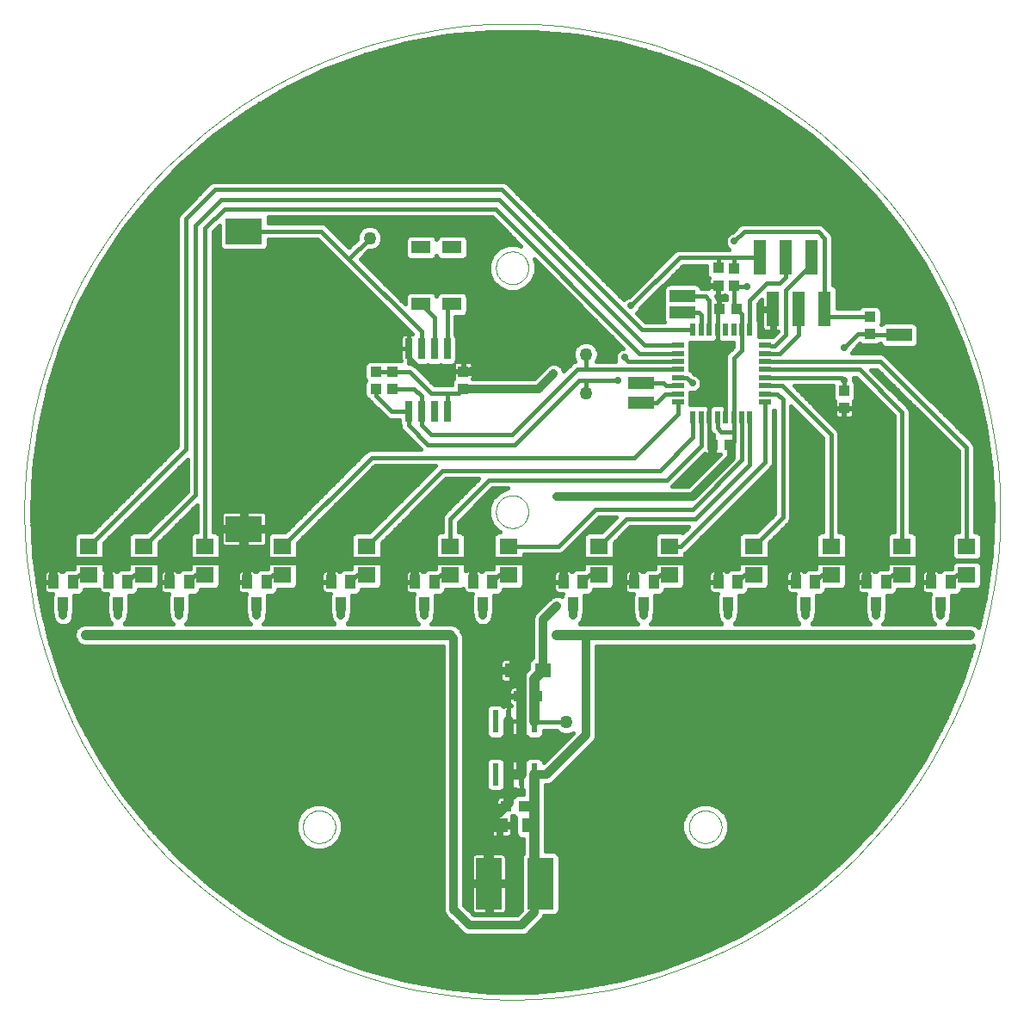
<source format=gtl>
G75*
G70*
%OFA0B0*%
%FSLAX24Y24*%
%IPPOS*%
%LPD*%
%AMOC8*
5,1,8,0,0,1.08239X$1,22.5*
%
%ADD10C,0.0000*%
%ADD11R,0.0220X0.0500*%
%ADD12R,0.0500X0.0220*%
%ADD13R,0.0260X0.0800*%
%ADD14R,0.0433X0.0394*%
%ADD15R,0.0425X0.0413*%
%ADD16R,0.0740X0.0500*%
%ADD17R,0.0394X0.0433*%
%ADD18R,0.0394X0.0551*%
%ADD19R,0.0710X0.0630*%
%ADD20C,0.0000*%
%ADD21R,0.1000X0.2000*%
%ADD22R,0.0630X0.0551*%
%ADD23R,0.0236X0.0866*%
%ADD24R,0.0413X0.0425*%
%ADD25R,0.1417X0.1024*%
%ADD26R,0.1000X0.0500*%
%ADD27R,0.0512X0.1378*%
%ADD28C,0.0500*%
%ADD29C,0.0160*%
%ADD30C,0.0400*%
%ADD31C,0.0320*%
%ADD32OC8,0.0240*%
D10*
X013467Y008998D02*
X013469Y009048D01*
X013475Y009098D01*
X013485Y009147D01*
X013499Y009195D01*
X013516Y009242D01*
X013537Y009287D01*
X013562Y009331D01*
X013590Y009372D01*
X013622Y009411D01*
X013656Y009448D01*
X013693Y009482D01*
X013733Y009512D01*
X013775Y009539D01*
X013819Y009563D01*
X013865Y009584D01*
X013912Y009600D01*
X013960Y009613D01*
X014010Y009622D01*
X014059Y009627D01*
X014110Y009628D01*
X014160Y009625D01*
X014209Y009618D01*
X014258Y009607D01*
X014306Y009592D01*
X014352Y009574D01*
X014397Y009552D01*
X014440Y009526D01*
X014481Y009497D01*
X014520Y009465D01*
X014556Y009430D01*
X014588Y009392D01*
X014618Y009352D01*
X014645Y009309D01*
X014668Y009265D01*
X014687Y009219D01*
X014703Y009171D01*
X014715Y009122D01*
X014723Y009073D01*
X014727Y009023D01*
X014727Y008973D01*
X014723Y008923D01*
X014715Y008874D01*
X014703Y008825D01*
X014687Y008777D01*
X014668Y008731D01*
X014645Y008687D01*
X014618Y008644D01*
X014588Y008604D01*
X014556Y008566D01*
X014520Y008531D01*
X014481Y008499D01*
X014440Y008470D01*
X014397Y008444D01*
X014352Y008422D01*
X014306Y008404D01*
X014258Y008389D01*
X014209Y008378D01*
X014160Y008371D01*
X014110Y008368D01*
X014059Y008369D01*
X014010Y008374D01*
X013960Y008383D01*
X013912Y008396D01*
X013865Y008412D01*
X013819Y008433D01*
X013775Y008457D01*
X013733Y008484D01*
X013693Y008514D01*
X013656Y008548D01*
X013622Y008585D01*
X013590Y008624D01*
X013562Y008665D01*
X013537Y008709D01*
X013516Y008754D01*
X013499Y008801D01*
X013485Y008849D01*
X013475Y008898D01*
X013469Y008948D01*
X013467Y008998D01*
X020948Y021203D02*
X020950Y021253D01*
X020956Y021303D01*
X020966Y021352D01*
X020980Y021400D01*
X020997Y021447D01*
X021018Y021492D01*
X021043Y021536D01*
X021071Y021577D01*
X021103Y021616D01*
X021137Y021653D01*
X021174Y021687D01*
X021214Y021717D01*
X021256Y021744D01*
X021300Y021768D01*
X021346Y021789D01*
X021393Y021805D01*
X021441Y021818D01*
X021491Y021827D01*
X021540Y021832D01*
X021591Y021833D01*
X021641Y021830D01*
X021690Y021823D01*
X021739Y021812D01*
X021787Y021797D01*
X021833Y021779D01*
X021878Y021757D01*
X021921Y021731D01*
X021962Y021702D01*
X022001Y021670D01*
X022037Y021635D01*
X022069Y021597D01*
X022099Y021557D01*
X022126Y021514D01*
X022149Y021470D01*
X022168Y021424D01*
X022184Y021376D01*
X022196Y021327D01*
X022204Y021278D01*
X022208Y021228D01*
X022208Y021178D01*
X022204Y021128D01*
X022196Y021079D01*
X022184Y021030D01*
X022168Y020982D01*
X022149Y020936D01*
X022126Y020892D01*
X022099Y020849D01*
X022069Y020809D01*
X022037Y020771D01*
X022001Y020736D01*
X021962Y020704D01*
X021921Y020675D01*
X021878Y020649D01*
X021833Y020627D01*
X021787Y020609D01*
X021739Y020594D01*
X021690Y020583D01*
X021641Y020576D01*
X021591Y020573D01*
X021540Y020574D01*
X021491Y020579D01*
X021441Y020588D01*
X021393Y020601D01*
X021346Y020617D01*
X021300Y020638D01*
X021256Y020662D01*
X021214Y020689D01*
X021174Y020719D01*
X021137Y020753D01*
X021103Y020790D01*
X021071Y020829D01*
X021043Y020870D01*
X021018Y020914D01*
X020997Y020959D01*
X020980Y021006D01*
X020966Y021054D01*
X020956Y021103D01*
X020950Y021153D01*
X020948Y021203D01*
X020948Y030651D02*
X020950Y030701D01*
X020956Y030751D01*
X020966Y030800D01*
X020980Y030848D01*
X020997Y030895D01*
X021018Y030940D01*
X021043Y030984D01*
X021071Y031025D01*
X021103Y031064D01*
X021137Y031101D01*
X021174Y031135D01*
X021214Y031165D01*
X021256Y031192D01*
X021300Y031216D01*
X021346Y031237D01*
X021393Y031253D01*
X021441Y031266D01*
X021491Y031275D01*
X021540Y031280D01*
X021591Y031281D01*
X021641Y031278D01*
X021690Y031271D01*
X021739Y031260D01*
X021787Y031245D01*
X021833Y031227D01*
X021878Y031205D01*
X021921Y031179D01*
X021962Y031150D01*
X022001Y031118D01*
X022037Y031083D01*
X022069Y031045D01*
X022099Y031005D01*
X022126Y030962D01*
X022149Y030918D01*
X022168Y030872D01*
X022184Y030824D01*
X022196Y030775D01*
X022204Y030726D01*
X022208Y030676D01*
X022208Y030626D01*
X022204Y030576D01*
X022196Y030527D01*
X022184Y030478D01*
X022168Y030430D01*
X022149Y030384D01*
X022126Y030340D01*
X022099Y030297D01*
X022069Y030257D01*
X022037Y030219D01*
X022001Y030184D01*
X021962Y030152D01*
X021921Y030123D01*
X021878Y030097D01*
X021833Y030075D01*
X021787Y030057D01*
X021739Y030042D01*
X021690Y030031D01*
X021641Y030024D01*
X021591Y030021D01*
X021540Y030022D01*
X021491Y030027D01*
X021441Y030036D01*
X021393Y030049D01*
X021346Y030065D01*
X021300Y030086D01*
X021256Y030110D01*
X021214Y030137D01*
X021174Y030167D01*
X021137Y030201D01*
X021103Y030238D01*
X021071Y030277D01*
X021043Y030318D01*
X021018Y030362D01*
X020997Y030407D01*
X020980Y030454D01*
X020966Y030502D01*
X020956Y030551D01*
X020950Y030601D01*
X020948Y030651D01*
X028428Y008998D02*
X028430Y009048D01*
X028436Y009098D01*
X028446Y009147D01*
X028460Y009195D01*
X028477Y009242D01*
X028498Y009287D01*
X028523Y009331D01*
X028551Y009372D01*
X028583Y009411D01*
X028617Y009448D01*
X028654Y009482D01*
X028694Y009512D01*
X028736Y009539D01*
X028780Y009563D01*
X028826Y009584D01*
X028873Y009600D01*
X028921Y009613D01*
X028971Y009622D01*
X029020Y009627D01*
X029071Y009628D01*
X029121Y009625D01*
X029170Y009618D01*
X029219Y009607D01*
X029267Y009592D01*
X029313Y009574D01*
X029358Y009552D01*
X029401Y009526D01*
X029442Y009497D01*
X029481Y009465D01*
X029517Y009430D01*
X029549Y009392D01*
X029579Y009352D01*
X029606Y009309D01*
X029629Y009265D01*
X029648Y009219D01*
X029664Y009171D01*
X029676Y009122D01*
X029684Y009073D01*
X029688Y009023D01*
X029688Y008973D01*
X029684Y008923D01*
X029676Y008874D01*
X029664Y008825D01*
X029648Y008777D01*
X029629Y008731D01*
X029606Y008687D01*
X029579Y008644D01*
X029549Y008604D01*
X029517Y008566D01*
X029481Y008531D01*
X029442Y008499D01*
X029401Y008470D01*
X029358Y008444D01*
X029313Y008422D01*
X029267Y008404D01*
X029219Y008389D01*
X029170Y008378D01*
X029121Y008371D01*
X029071Y008368D01*
X029020Y008369D01*
X028971Y008374D01*
X028921Y008383D01*
X028873Y008396D01*
X028826Y008412D01*
X028780Y008433D01*
X028736Y008457D01*
X028694Y008484D01*
X028654Y008514D01*
X028617Y008548D01*
X028583Y008585D01*
X028551Y008624D01*
X028523Y008665D01*
X028498Y008709D01*
X028477Y008754D01*
X028460Y008801D01*
X028446Y008849D01*
X028436Y008898D01*
X028430Y008948D01*
X028428Y008998D01*
D11*
X028578Y024865D03*
X028893Y024865D03*
X029208Y024865D03*
X029523Y024865D03*
X029837Y024865D03*
X030152Y024865D03*
X030467Y024865D03*
X030782Y024865D03*
X030782Y028245D03*
X030467Y028245D03*
X030152Y028245D03*
X029837Y028245D03*
X029523Y028245D03*
X029208Y028245D03*
X028893Y028245D03*
X028578Y028245D03*
D12*
X027990Y027657D03*
X027990Y027342D03*
X027990Y027027D03*
X027990Y026712D03*
X027990Y026398D03*
X027990Y026083D03*
X027990Y025768D03*
X027990Y025453D03*
X031370Y025453D03*
X031370Y025768D03*
X031370Y026083D03*
X031370Y026398D03*
X031370Y026712D03*
X031370Y027027D03*
X031370Y027342D03*
X031370Y027657D03*
D13*
X019055Y027515D03*
X018555Y027515D03*
X018055Y027515D03*
X017555Y027515D03*
X017555Y025095D03*
X018055Y025095D03*
X018555Y025095D03*
X019055Y025095D03*
D14*
X016930Y025970D03*
X016305Y025970D03*
X016305Y026640D03*
X016930Y026640D03*
X029345Y023805D03*
X030015Y023805D03*
X030265Y029055D03*
X029595Y029055D03*
X030180Y029970D03*
X030180Y030640D03*
X035430Y028765D03*
X035430Y028095D03*
D15*
X029555Y029961D03*
X029555Y030649D03*
D16*
X019247Y031448D03*
X018047Y031448D03*
X018047Y029248D03*
X019247Y029248D03*
D17*
X019680Y026640D03*
X019680Y025970D03*
X034430Y025890D03*
X034430Y025220D03*
D18*
X035306Y018488D03*
X036054Y018488D03*
X035680Y017622D03*
X037806Y018488D03*
X038554Y018488D03*
X038180Y017622D03*
X033304Y018488D03*
X032556Y018488D03*
X032930Y017622D03*
X030304Y018488D03*
X029556Y018488D03*
X029930Y017622D03*
X027054Y018488D03*
X026306Y018488D03*
X026680Y017622D03*
X024304Y018488D03*
X023556Y018488D03*
X023930Y017622D03*
X020804Y018488D03*
X020056Y018488D03*
X020430Y017622D03*
X018554Y018488D03*
X017806Y018488D03*
X018180Y017622D03*
X015304Y018488D03*
X014556Y018488D03*
X014930Y017622D03*
X012054Y018488D03*
X011306Y018488D03*
X011680Y017622D03*
X009054Y018488D03*
X008306Y018488D03*
X008680Y017622D03*
X006679Y018488D03*
X005931Y018488D03*
X006305Y017622D03*
X004554Y018488D03*
X003806Y018488D03*
X004180Y017622D03*
D19*
X005180Y018745D03*
X005180Y019865D03*
X007305Y019865D03*
X007305Y018745D03*
X009680Y018745D03*
X009680Y019865D03*
X012680Y019865D03*
X012680Y018745D03*
X015930Y018745D03*
X015930Y019865D03*
X019180Y019865D03*
X019180Y018745D03*
X021430Y018745D03*
X021430Y019865D03*
X024930Y019865D03*
X024930Y018745D03*
X027680Y018745D03*
X027680Y019865D03*
X030930Y019865D03*
X030930Y018745D03*
X033930Y018745D03*
X033930Y019865D03*
X036680Y019865D03*
X036680Y018745D03*
X039180Y018745D03*
X039180Y019865D03*
D20*
X002680Y021203D02*
X002703Y022130D01*
X002771Y023055D01*
X002885Y023976D01*
X003043Y024890D01*
X003246Y025795D01*
X003494Y026689D01*
X003785Y027570D01*
X004119Y028435D01*
X004494Y029283D01*
X004911Y030111D01*
X005369Y030919D01*
X005865Y031702D01*
X006399Y032461D01*
X006970Y033192D01*
X007576Y033894D01*
X008215Y034566D01*
X008887Y035205D01*
X009589Y035811D01*
X010320Y036382D01*
X011079Y036916D01*
X011862Y037412D01*
X012670Y037870D01*
X013498Y038287D01*
X014346Y038662D01*
X015211Y038996D01*
X016092Y039287D01*
X016986Y039535D01*
X017891Y039738D01*
X018805Y039896D01*
X019726Y040010D01*
X020651Y040078D01*
X021578Y040101D01*
X022505Y040078D01*
X023430Y040010D01*
X024351Y039896D01*
X025265Y039738D01*
X026170Y039535D01*
X027064Y039287D01*
X027945Y038996D01*
X028810Y038662D01*
X029658Y038287D01*
X030486Y037870D01*
X031294Y037412D01*
X032077Y036916D01*
X032836Y036382D01*
X033567Y035811D01*
X034269Y035205D01*
X034941Y034566D01*
X035580Y033894D01*
X036186Y033192D01*
X036757Y032461D01*
X037291Y031702D01*
X037787Y030919D01*
X038245Y030111D01*
X038662Y029283D01*
X039037Y028435D01*
X039371Y027570D01*
X039662Y026689D01*
X039910Y025795D01*
X040113Y024890D01*
X040271Y023976D01*
X040385Y023055D01*
X040453Y022130D01*
X040476Y021203D01*
X040453Y020276D01*
X040385Y019351D01*
X040271Y018430D01*
X040113Y017516D01*
X039910Y016611D01*
X039662Y015717D01*
X039371Y014836D01*
X039037Y013971D01*
X038662Y013123D01*
X038245Y012295D01*
X037787Y011487D01*
X037291Y010704D01*
X036757Y009945D01*
X036186Y009214D01*
X035580Y008512D01*
X034941Y007840D01*
X034269Y007201D01*
X033567Y006595D01*
X032836Y006024D01*
X032077Y005490D01*
X031294Y004994D01*
X030486Y004536D01*
X029658Y004119D01*
X028810Y003744D01*
X027945Y003410D01*
X027064Y003119D01*
X026170Y002871D01*
X025265Y002668D01*
X024351Y002510D01*
X023430Y002396D01*
X022505Y002328D01*
X021578Y002305D01*
X020651Y002328D01*
X019726Y002396D01*
X018805Y002510D01*
X017891Y002668D01*
X016986Y002871D01*
X016092Y003119D01*
X015211Y003410D01*
X014346Y003744D01*
X013498Y004119D01*
X012670Y004536D01*
X011862Y004994D01*
X011079Y005490D01*
X010320Y006024D01*
X009589Y006595D01*
X008887Y007201D01*
X008215Y007840D01*
X007576Y008512D01*
X006970Y009214D01*
X006399Y009945D01*
X005865Y010704D01*
X005369Y011487D01*
X004911Y012295D01*
X004494Y013123D01*
X004119Y013971D01*
X003785Y014836D01*
X003494Y015717D01*
X003246Y016611D01*
X003043Y017516D01*
X002885Y018430D01*
X002771Y019351D01*
X002703Y020276D01*
X002680Y021203D01*
D21*
X020680Y006805D03*
X022680Y006805D03*
D22*
X022271Y009055D03*
X021089Y009055D03*
X021589Y015055D03*
X022771Y015055D03*
D23*
X022430Y013079D03*
X021930Y013079D03*
X021430Y013079D03*
X020930Y013079D03*
X020930Y011031D03*
X021430Y011031D03*
X021930Y011031D03*
X022430Y011031D03*
D24*
X022024Y009805D03*
X021336Y009805D03*
X021836Y014055D03*
X022524Y014055D03*
D25*
X011180Y020537D03*
X011180Y032073D03*
D26*
X026555Y026180D03*
X026555Y025430D03*
X028180Y028930D03*
X028180Y029555D03*
X036555Y028055D03*
D27*
X033680Y029055D03*
X032680Y029055D03*
X031680Y029055D03*
X031180Y031055D03*
X032180Y031055D03*
X033180Y031055D03*
D28*
X024430Y027305D03*
X024430Y025805D03*
X016055Y031805D03*
X023680Y013055D03*
D29*
X018905Y008011D02*
X008458Y008011D01*
X008307Y008170D02*
X013720Y008170D01*
X013582Y008227D02*
X013916Y008088D01*
X014278Y008088D01*
X014613Y008227D01*
X014869Y008482D01*
X015007Y008817D01*
X015007Y009179D01*
X014869Y009513D01*
X014613Y009769D01*
X014278Y009908D01*
X013916Y009908D01*
X013582Y009769D01*
X013326Y009513D01*
X013187Y009179D01*
X013187Y008817D01*
X013326Y008482D01*
X013582Y008227D01*
X013480Y008328D02*
X008155Y008328D01*
X008004Y008487D02*
X013324Y008487D01*
X013259Y008645D02*
X007852Y008645D01*
X007701Y008804D02*
X013193Y008804D01*
X013187Y008962D02*
X007551Y008962D01*
X007557Y008954D02*
X006516Y010260D01*
X005596Y011654D01*
X004804Y013125D01*
X004147Y014661D01*
X003631Y016250D01*
X003259Y017878D01*
X003035Y019534D01*
X002960Y021203D01*
X003035Y022871D01*
X003259Y024527D01*
X003631Y026156D01*
X004147Y027744D01*
X004804Y029280D01*
X005596Y030752D01*
X006516Y032146D01*
X007557Y033452D01*
X007557Y033452D01*
X008712Y034659D01*
X009970Y035758D01*
X011321Y036740D01*
X012755Y037597D01*
X014261Y038322D01*
X015825Y038909D01*
X017435Y039353D01*
X019079Y039652D01*
X020742Y039801D01*
X022413Y039801D01*
X024077Y039652D01*
X025720Y039353D01*
X027331Y038909D01*
X028895Y038322D01*
X030400Y037597D01*
X031834Y036740D01*
X033185Y035758D01*
X034443Y034659D01*
X035598Y033452D01*
X036639Y032146D01*
X037560Y030752D01*
X038351Y029280D01*
X039008Y027744D01*
X039524Y026156D01*
X039896Y024527D01*
X040120Y022871D01*
X040195Y021203D01*
X040120Y019534D01*
X039896Y017878D01*
X039633Y016725D01*
X039554Y016803D01*
X039393Y016870D01*
X038436Y016870D01*
X038519Y016953D01*
X038580Y017100D01*
X038580Y017210D01*
X038580Y017210D01*
X038617Y017299D01*
X038617Y017945D01*
X038606Y017972D01*
X038799Y017972D01*
X038887Y018009D01*
X038954Y018077D01*
X038991Y018165D01*
X038991Y018190D01*
X039583Y018190D01*
X039671Y018227D01*
X039738Y018294D01*
X039775Y018382D01*
X039775Y019108D01*
X039738Y019196D01*
X039671Y019264D01*
X039583Y019300D01*
X038777Y019300D01*
X038689Y019264D01*
X038622Y019196D01*
X038585Y019108D01*
X038585Y019004D01*
X038309Y019004D01*
X038221Y018967D01*
X038154Y018900D01*
X038144Y018877D01*
X038113Y018908D01*
X038072Y018931D01*
X038027Y018944D01*
X037824Y018944D01*
X037824Y018507D01*
X037788Y018507D01*
X037788Y018944D01*
X037585Y018944D01*
X037540Y018931D01*
X037499Y018908D01*
X037465Y018874D01*
X037441Y018833D01*
X037429Y018787D01*
X037429Y018506D01*
X037788Y018506D01*
X037788Y018470D01*
X037429Y018470D01*
X037429Y018189D01*
X037441Y018143D01*
X037465Y018102D01*
X037499Y018068D01*
X037540Y018045D01*
X037585Y018032D01*
X037779Y018032D01*
X037743Y017945D01*
X037743Y017299D01*
X037780Y017210D01*
X037780Y017100D01*
X037841Y016953D01*
X037924Y016870D01*
X035936Y016870D01*
X036019Y016953D01*
X036080Y017100D01*
X036080Y017210D01*
X036080Y017210D01*
X036117Y017299D01*
X036117Y017945D01*
X036106Y017972D01*
X036299Y017972D01*
X036387Y018009D01*
X036454Y018077D01*
X036491Y018165D01*
X036491Y018190D01*
X037083Y018190D01*
X037171Y018227D01*
X037238Y018294D01*
X037275Y018382D01*
X037275Y019108D01*
X037238Y019196D01*
X037171Y019264D01*
X037083Y019300D01*
X036277Y019300D01*
X036189Y019264D01*
X036122Y019196D01*
X036085Y019108D01*
X036085Y019004D01*
X035809Y019004D01*
X035721Y018967D01*
X035654Y018900D01*
X035644Y018877D01*
X035613Y018908D01*
X035572Y018931D01*
X035527Y018944D01*
X035324Y018944D01*
X035324Y018507D01*
X035288Y018507D01*
X035288Y018944D01*
X035085Y018944D01*
X035040Y018931D01*
X034999Y018908D01*
X034965Y018874D01*
X034941Y018833D01*
X034929Y018787D01*
X034929Y018506D01*
X035288Y018506D01*
X035288Y018470D01*
X034929Y018470D01*
X034929Y018189D01*
X034941Y018143D01*
X034965Y018102D01*
X034999Y018068D01*
X035040Y018045D01*
X035085Y018032D01*
X035279Y018032D01*
X035243Y017945D01*
X035243Y017299D01*
X035280Y017210D01*
X035280Y017100D01*
X035341Y016953D01*
X035424Y016870D01*
X033186Y016870D01*
X033269Y016953D01*
X033330Y017100D01*
X033330Y017210D01*
X033330Y017210D01*
X033367Y017299D01*
X033367Y017945D01*
X033356Y017972D01*
X033549Y017972D01*
X033637Y018009D01*
X033704Y018077D01*
X033741Y018165D01*
X033741Y018190D01*
X034333Y018190D01*
X034421Y018227D01*
X034488Y018294D01*
X034525Y018382D01*
X034525Y019108D01*
X034488Y019196D01*
X034421Y019264D01*
X034333Y019300D01*
X033527Y019300D01*
X033439Y019264D01*
X033372Y019196D01*
X033335Y019108D01*
X033335Y019004D01*
X033059Y019004D01*
X032971Y018967D01*
X032904Y018900D01*
X032894Y018877D01*
X032863Y018908D01*
X032822Y018931D01*
X032777Y018944D01*
X032574Y018944D01*
X032574Y018507D01*
X032538Y018507D01*
X032538Y018944D01*
X032335Y018944D01*
X032290Y018931D01*
X032249Y018908D01*
X032215Y018874D01*
X032191Y018833D01*
X032179Y018787D01*
X032179Y018506D01*
X032538Y018506D01*
X032538Y018470D01*
X032179Y018470D01*
X032179Y018189D01*
X032191Y018143D01*
X032215Y018102D01*
X032249Y018068D01*
X032290Y018045D01*
X032335Y018032D01*
X032529Y018032D01*
X032493Y017945D01*
X032493Y017299D01*
X032530Y017210D01*
X032530Y017100D01*
X032591Y016953D01*
X032674Y016870D01*
X030186Y016870D01*
X030269Y016953D01*
X030330Y017100D01*
X030330Y017210D01*
X030330Y017210D01*
X030367Y017299D01*
X030367Y017945D01*
X030356Y017972D01*
X030549Y017972D01*
X030637Y018009D01*
X030704Y018077D01*
X030741Y018165D01*
X030741Y018190D01*
X031333Y018190D01*
X031421Y018227D01*
X031488Y018294D01*
X031525Y018382D01*
X031525Y019108D01*
X031488Y019196D01*
X031421Y019264D01*
X031333Y019300D01*
X030527Y019300D01*
X030439Y019264D01*
X030372Y019196D01*
X030335Y019108D01*
X030335Y019004D01*
X030059Y019004D01*
X029971Y018967D01*
X029904Y018900D01*
X029894Y018877D01*
X029863Y018908D01*
X029822Y018931D01*
X029777Y018944D01*
X029574Y018944D01*
X029574Y018507D01*
X029538Y018507D01*
X029538Y018944D01*
X029335Y018944D01*
X029290Y018931D01*
X029249Y018908D01*
X029215Y018874D01*
X029191Y018833D01*
X029179Y018787D01*
X029179Y018506D01*
X029538Y018506D01*
X029538Y018470D01*
X029179Y018470D01*
X029179Y018189D01*
X029191Y018143D01*
X029215Y018102D01*
X029249Y018068D01*
X029290Y018045D01*
X029335Y018032D01*
X029529Y018032D01*
X029493Y017945D01*
X029493Y017299D01*
X029530Y017210D01*
X029530Y017100D01*
X029591Y016953D01*
X029674Y016870D01*
X026936Y016870D01*
X027019Y016953D01*
X027080Y017100D01*
X027080Y017210D01*
X027080Y017210D01*
X027117Y017299D01*
X027117Y017945D01*
X027106Y017972D01*
X027299Y017972D01*
X027387Y018009D01*
X027454Y018077D01*
X027491Y018165D01*
X027491Y018190D01*
X028083Y018190D01*
X028171Y018227D01*
X028238Y018294D01*
X028275Y018382D01*
X028275Y019108D01*
X028238Y019196D01*
X028171Y019264D01*
X028083Y019300D01*
X027277Y019300D01*
X027189Y019264D01*
X027122Y019196D01*
X027085Y019108D01*
X027085Y019004D01*
X026809Y019004D01*
X026721Y018967D01*
X026654Y018900D01*
X026644Y018877D01*
X026613Y018908D01*
X026572Y018931D01*
X026527Y018944D01*
X026324Y018944D01*
X026324Y018507D01*
X026288Y018507D01*
X026288Y018944D01*
X026085Y018944D01*
X026040Y018931D01*
X025999Y018908D01*
X025965Y018874D01*
X025941Y018833D01*
X025929Y018787D01*
X025929Y018506D01*
X026288Y018506D01*
X026288Y018470D01*
X025929Y018470D01*
X025929Y018189D01*
X025941Y018143D01*
X025965Y018102D01*
X025999Y018068D01*
X026040Y018045D01*
X026085Y018032D01*
X026279Y018032D01*
X026243Y017945D01*
X026243Y017299D01*
X026280Y017210D01*
X026280Y017100D01*
X026341Y016953D01*
X026424Y016870D01*
X024186Y016870D01*
X024269Y016953D01*
X024330Y017100D01*
X024330Y017210D01*
X024330Y017210D01*
X024367Y017299D01*
X024367Y017945D01*
X024356Y017972D01*
X024549Y017972D01*
X024637Y018009D01*
X024704Y018077D01*
X024741Y018165D01*
X024741Y018190D01*
X025333Y018190D01*
X025421Y018227D01*
X025488Y018294D01*
X025525Y018382D01*
X025525Y019108D01*
X025488Y019196D01*
X025421Y019264D01*
X025333Y019300D01*
X024527Y019300D01*
X024439Y019264D01*
X024372Y019196D01*
X024335Y019108D01*
X024335Y019004D01*
X024059Y019004D01*
X023971Y018967D01*
X023904Y018900D01*
X023894Y018877D01*
X023863Y018908D01*
X023822Y018931D01*
X023777Y018944D01*
X023574Y018944D01*
X023574Y018507D01*
X023538Y018507D01*
X023538Y018944D01*
X023335Y018944D01*
X023290Y018931D01*
X023249Y018908D01*
X023215Y018874D01*
X023191Y018833D01*
X023179Y018787D01*
X023179Y018506D01*
X023538Y018506D01*
X023538Y018470D01*
X023179Y018470D01*
X023179Y018189D01*
X023191Y018143D01*
X023215Y018102D01*
X023249Y018068D01*
X023290Y018045D01*
X023335Y018032D01*
X023529Y018032D01*
X023493Y017945D01*
X023493Y017910D01*
X023385Y017955D01*
X023225Y017955D01*
X023078Y017894D01*
X022431Y017247D01*
X022371Y017100D01*
X022371Y015555D01*
X022320Y015534D01*
X022252Y015467D01*
X022216Y015378D01*
X022216Y015122D01*
X022084Y014991D01*
X022084Y014997D01*
X021647Y014997D01*
X021647Y014599D01*
X021928Y014599D01*
X021974Y014612D01*
X021990Y014621D01*
X021990Y014448D01*
X021859Y014448D01*
X021859Y014078D01*
X021990Y014078D01*
X021990Y014032D01*
X021859Y014032D01*
X021859Y014078D01*
X021812Y014078D01*
X021812Y014032D01*
X021449Y014032D01*
X021449Y013819D01*
X021461Y013773D01*
X021485Y013732D01*
X021518Y013698D01*
X021530Y013692D01*
X021430Y013692D01*
X021288Y013692D01*
X021242Y013679D01*
X021228Y013671D01*
X021184Y013715D01*
X021096Y013752D01*
X020764Y013752D01*
X020676Y013715D01*
X020608Y013648D01*
X020572Y013559D01*
X020572Y012598D01*
X020608Y012510D01*
X020676Y012442D01*
X020764Y012406D01*
X021096Y012406D01*
X021184Y012442D01*
X021228Y012486D01*
X021242Y012478D01*
X021288Y012466D01*
X021430Y012466D01*
X021572Y012466D01*
X021618Y012478D01*
X021659Y012502D01*
X021680Y012523D01*
X021701Y012502D01*
X021742Y012478D01*
X021788Y012466D01*
X021930Y012466D01*
X022072Y012466D01*
X022118Y012478D01*
X022132Y012486D01*
X022176Y012442D01*
X022264Y012406D01*
X022596Y012406D01*
X022684Y012442D01*
X022752Y012510D01*
X022788Y012598D01*
X022788Y012735D01*
X023307Y012735D01*
X023402Y012640D01*
X023583Y012565D01*
X023777Y012565D01*
X023943Y012633D01*
X022788Y011479D01*
X022788Y011512D01*
X022752Y011600D01*
X022684Y011668D01*
X022596Y011704D01*
X022264Y011704D01*
X022176Y011668D01*
X022132Y011624D01*
X022118Y011632D01*
X022072Y011644D01*
X021930Y011644D01*
X021788Y011644D01*
X021742Y011632D01*
X021701Y011608D01*
X021680Y011587D01*
X021659Y011608D01*
X021618Y011632D01*
X021572Y011644D01*
X021430Y011644D01*
X021288Y011644D01*
X021242Y011632D01*
X021228Y011624D01*
X021184Y011668D01*
X021096Y011704D01*
X020764Y011704D01*
X020676Y011668D01*
X020608Y011600D01*
X020572Y011512D01*
X020572Y010551D01*
X020608Y010462D01*
X020676Y010395D01*
X020764Y010358D01*
X021096Y010358D01*
X021184Y010395D01*
X021228Y010439D01*
X021242Y010431D01*
X021288Y010418D01*
X021430Y010418D01*
X021572Y010418D01*
X021618Y010431D01*
X021659Y010454D01*
X021680Y010476D01*
X021701Y010454D01*
X021742Y010431D01*
X021788Y010418D01*
X021930Y010418D01*
X021990Y010418D01*
X021990Y010258D01*
X021770Y010258D01*
X021682Y010221D01*
X021634Y010173D01*
X021612Y010185D01*
X021566Y010198D01*
X021359Y010198D01*
X021359Y009828D01*
X021312Y009828D01*
X021312Y009782D01*
X020949Y009782D01*
X020949Y009569D01*
X020961Y009523D01*
X020968Y009511D01*
X020751Y009511D01*
X020705Y009498D01*
X020664Y009475D01*
X020630Y009441D01*
X020607Y009400D01*
X020594Y009354D01*
X020594Y009113D01*
X021032Y009113D01*
X021032Y008997D01*
X021147Y008997D01*
X021147Y008599D01*
X021428Y008599D01*
X021474Y008612D01*
X021515Y008635D01*
X021548Y008669D01*
X021572Y008710D01*
X021584Y008756D01*
X021584Y008997D01*
X021147Y008997D01*
X021147Y009113D01*
X021584Y009113D01*
X021584Y009354D01*
X021572Y009400D01*
X021565Y009412D01*
X021566Y009412D01*
X021612Y009425D01*
X021634Y009437D01*
X021682Y009389D01*
X021716Y009375D01*
X021716Y008732D01*
X021752Y008643D01*
X021820Y008576D01*
X021908Y008539D01*
X021990Y008539D01*
X021990Y007954D01*
X021977Y007941D01*
X021940Y007853D01*
X021940Y005757D01*
X021940Y005756D01*
X021764Y005580D01*
X020096Y005580D01*
X019705Y005971D01*
X019705Y016385D01*
X019644Y016532D01*
X019593Y016583D01*
X019553Y016679D01*
X019429Y016803D01*
X019268Y016870D01*
X018436Y016870D01*
X018519Y016953D01*
X018580Y017100D01*
X018580Y017210D01*
X018580Y017210D01*
X018617Y017299D01*
X018617Y017945D01*
X018606Y017972D01*
X018799Y017972D01*
X018887Y018009D01*
X018954Y018077D01*
X018991Y018165D01*
X018991Y018190D01*
X019583Y018190D01*
X019671Y018227D01*
X019679Y018235D01*
X019679Y018189D01*
X019691Y018143D01*
X019715Y018102D01*
X019749Y018068D01*
X019790Y018045D01*
X019835Y018032D01*
X020029Y018032D01*
X019993Y017945D01*
X019993Y017299D01*
X020030Y017210D01*
X020030Y017100D01*
X020091Y016953D01*
X020203Y016841D01*
X020350Y016780D01*
X020510Y016780D01*
X020657Y016841D01*
X020769Y016953D01*
X020830Y017100D01*
X020830Y017210D01*
X020830Y017210D01*
X020867Y017299D01*
X020867Y017945D01*
X020856Y017972D01*
X021049Y017972D01*
X021137Y018009D01*
X021204Y018077D01*
X021241Y018165D01*
X021241Y018190D01*
X021833Y018190D01*
X021921Y018227D01*
X021988Y018294D01*
X022025Y018382D01*
X022025Y019108D01*
X021988Y019196D01*
X021921Y019264D01*
X021833Y019300D01*
X021027Y019300D01*
X020939Y019264D01*
X020872Y019196D01*
X020835Y019108D01*
X020835Y019004D01*
X020559Y019004D01*
X020471Y018967D01*
X020404Y018900D01*
X020394Y018877D01*
X020363Y018908D01*
X020322Y018931D01*
X020277Y018944D01*
X020074Y018944D01*
X020074Y018507D01*
X020038Y018507D01*
X020038Y018944D01*
X019835Y018944D01*
X019790Y018931D01*
X019775Y018923D01*
X019775Y019108D01*
X019738Y019196D01*
X019671Y019264D01*
X019583Y019300D01*
X018777Y019300D01*
X018689Y019264D01*
X018622Y019196D01*
X018585Y019108D01*
X018585Y019004D01*
X018309Y019004D01*
X018221Y018967D01*
X018154Y018900D01*
X018144Y018877D01*
X018113Y018908D01*
X018072Y018931D01*
X018027Y018944D01*
X017824Y018944D01*
X017824Y018507D01*
X017788Y018507D01*
X017788Y018944D01*
X017585Y018944D01*
X017540Y018931D01*
X017499Y018908D01*
X017465Y018874D01*
X017441Y018833D01*
X017429Y018787D01*
X017429Y018506D01*
X017788Y018506D01*
X017788Y018470D01*
X017429Y018470D01*
X017429Y018189D01*
X017441Y018143D01*
X017465Y018102D01*
X017499Y018068D01*
X017540Y018045D01*
X017585Y018032D01*
X017779Y018032D01*
X017743Y017945D01*
X017743Y017299D01*
X017780Y017210D01*
X017780Y017100D01*
X017841Y016953D01*
X017924Y016870D01*
X015186Y016870D01*
X015269Y016953D01*
X015330Y017100D01*
X015330Y017210D01*
X015330Y017210D01*
X015367Y017299D01*
X015367Y017945D01*
X015356Y017972D01*
X015549Y017972D01*
X015637Y018009D01*
X015704Y018077D01*
X015741Y018165D01*
X015741Y018190D01*
X016333Y018190D01*
X016421Y018227D01*
X016488Y018294D01*
X016525Y018382D01*
X016525Y019108D01*
X016488Y019196D01*
X016421Y019264D01*
X016333Y019300D01*
X015527Y019300D01*
X015439Y019264D01*
X015372Y019196D01*
X015335Y019108D01*
X015335Y019004D01*
X015059Y019004D01*
X014971Y018967D01*
X014904Y018900D01*
X014894Y018877D01*
X014863Y018908D01*
X014822Y018931D01*
X014777Y018944D01*
X014574Y018944D01*
X014574Y018507D01*
X014538Y018507D01*
X014538Y018944D01*
X014335Y018944D01*
X014290Y018931D01*
X014249Y018908D01*
X014215Y018874D01*
X014191Y018833D01*
X014179Y018787D01*
X014179Y018506D01*
X014538Y018506D01*
X014538Y018470D01*
X014179Y018470D01*
X014179Y018189D01*
X014191Y018143D01*
X014215Y018102D01*
X014249Y018068D01*
X014290Y018045D01*
X014335Y018032D01*
X014529Y018032D01*
X014493Y017945D01*
X014493Y017299D01*
X014530Y017210D01*
X014530Y017100D01*
X014591Y016953D01*
X014674Y016870D01*
X011936Y016870D01*
X012019Y016953D01*
X012080Y017100D01*
X012080Y017210D01*
X012080Y017210D01*
X012117Y017299D01*
X012117Y017945D01*
X012106Y017972D01*
X012299Y017972D01*
X012387Y018009D01*
X012454Y018077D01*
X012491Y018165D01*
X012491Y018190D01*
X013083Y018190D01*
X013171Y018227D01*
X013238Y018294D01*
X013275Y018382D01*
X013275Y019108D01*
X013238Y019196D01*
X013171Y019264D01*
X013083Y019300D01*
X012277Y019300D01*
X012189Y019264D01*
X012122Y019196D01*
X012085Y019108D01*
X012085Y019004D01*
X011809Y019004D01*
X011721Y018967D01*
X011654Y018900D01*
X011644Y018877D01*
X011613Y018908D01*
X011572Y018931D01*
X011527Y018944D01*
X011324Y018944D01*
X011324Y018507D01*
X011288Y018507D01*
X011288Y018944D01*
X011085Y018944D01*
X011040Y018931D01*
X010999Y018908D01*
X010965Y018874D01*
X010941Y018833D01*
X010929Y018787D01*
X010929Y018506D01*
X011288Y018506D01*
X011288Y018470D01*
X010929Y018470D01*
X010929Y018189D01*
X010941Y018143D01*
X010965Y018102D01*
X010999Y018068D01*
X011040Y018045D01*
X011085Y018032D01*
X011279Y018032D01*
X011243Y017945D01*
X011243Y017299D01*
X011280Y017210D01*
X011280Y017100D01*
X011341Y016953D01*
X011424Y016870D01*
X008936Y016870D01*
X009019Y016953D01*
X009080Y017100D01*
X009080Y017210D01*
X009080Y017210D01*
X009117Y017299D01*
X009117Y017945D01*
X009106Y017972D01*
X009299Y017972D01*
X009387Y018009D01*
X009454Y018077D01*
X009491Y018165D01*
X009491Y018190D01*
X010083Y018190D01*
X010171Y018227D01*
X010238Y018294D01*
X010275Y018382D01*
X010275Y019108D01*
X010238Y019196D01*
X010171Y019264D01*
X010083Y019300D01*
X009277Y019300D01*
X009189Y019264D01*
X009122Y019196D01*
X009085Y019108D01*
X009085Y019004D01*
X008809Y019004D01*
X008721Y018967D01*
X008654Y018900D01*
X008644Y018877D01*
X008613Y018908D01*
X008572Y018931D01*
X008527Y018944D01*
X008324Y018944D01*
X008324Y018507D01*
X008288Y018507D01*
X008288Y018944D01*
X008085Y018944D01*
X008040Y018931D01*
X007999Y018908D01*
X007965Y018874D01*
X007941Y018833D01*
X007929Y018787D01*
X007929Y018506D01*
X008288Y018506D01*
X008288Y018470D01*
X007929Y018470D01*
X007929Y018189D01*
X007941Y018143D01*
X007965Y018102D01*
X007999Y018068D01*
X008040Y018045D01*
X008085Y018032D01*
X008279Y018032D01*
X008243Y017945D01*
X008243Y017299D01*
X008280Y017210D01*
X008280Y017100D01*
X008341Y016953D01*
X008424Y016870D01*
X006561Y016870D01*
X006644Y016953D01*
X006705Y017100D01*
X006705Y017210D01*
X006705Y017210D01*
X006742Y017299D01*
X006742Y017945D01*
X006731Y017972D01*
X006924Y017972D01*
X007012Y018009D01*
X007079Y018077D01*
X007116Y018165D01*
X007116Y018190D01*
X007708Y018190D01*
X007796Y018227D01*
X007863Y018294D01*
X007900Y018382D01*
X007900Y019108D01*
X007863Y019196D01*
X007796Y019264D01*
X007708Y019300D01*
X006902Y019300D01*
X006814Y019264D01*
X006747Y019196D01*
X006710Y019108D01*
X006710Y019004D01*
X006434Y019004D01*
X006346Y018967D01*
X006279Y018900D01*
X006269Y018877D01*
X006238Y018908D01*
X006197Y018931D01*
X006152Y018944D01*
X005949Y018944D01*
X005949Y018507D01*
X005913Y018507D01*
X005913Y018944D01*
X005775Y018944D01*
X005775Y019108D01*
X005738Y019196D01*
X005671Y019264D01*
X005583Y019300D01*
X004777Y019300D01*
X004689Y019264D01*
X004622Y019196D01*
X004585Y019108D01*
X004585Y019004D01*
X004309Y019004D01*
X004221Y018967D01*
X004154Y018900D01*
X004144Y018877D01*
X004113Y018908D01*
X004072Y018931D01*
X004027Y018944D01*
X003824Y018944D01*
X003824Y018507D01*
X003788Y018507D01*
X003788Y018944D01*
X003585Y018944D01*
X003540Y018931D01*
X003499Y018908D01*
X003465Y018874D01*
X003441Y018833D01*
X003429Y018787D01*
X003429Y018506D01*
X003788Y018506D01*
X003788Y018470D01*
X003429Y018470D01*
X003429Y018189D01*
X003441Y018143D01*
X003465Y018102D01*
X003499Y018068D01*
X003540Y018045D01*
X003585Y018032D01*
X003779Y018032D01*
X003743Y017945D01*
X003743Y017299D01*
X003780Y017210D01*
X003780Y017100D01*
X003841Y016953D01*
X003953Y016841D01*
X004100Y016780D01*
X004260Y016780D01*
X004407Y016841D01*
X004519Y016953D01*
X004580Y017100D01*
X004580Y017210D01*
X004580Y017210D01*
X004617Y017299D01*
X004617Y017945D01*
X004606Y017972D01*
X004799Y017972D01*
X004887Y018009D01*
X004954Y018077D01*
X004991Y018165D01*
X004991Y018190D01*
X005554Y018190D01*
X005554Y018189D01*
X005566Y018143D01*
X005590Y018102D01*
X005624Y018068D01*
X005665Y018045D01*
X005710Y018032D01*
X005904Y018032D01*
X005868Y017945D01*
X005868Y017299D01*
X005905Y017210D01*
X005905Y017100D01*
X005966Y016953D01*
X006049Y016870D01*
X004967Y016870D01*
X004806Y016803D01*
X004682Y016679D01*
X004615Y016518D01*
X004615Y016342D01*
X004682Y016181D01*
X004806Y016057D01*
X004967Y015990D01*
X018905Y015990D01*
X018905Y005725D01*
X018966Y005578D01*
X019078Y005466D01*
X019703Y004841D01*
X012701Y004841D01*
X012755Y004808D02*
X011321Y005665D01*
X009970Y006647D01*
X008712Y007746D01*
X007557Y008954D01*
X007424Y009121D02*
X013187Y009121D01*
X013229Y009279D02*
X007298Y009279D01*
X007171Y009438D02*
X013295Y009438D01*
X013409Y009596D02*
X007045Y009596D01*
X006919Y009755D02*
X013567Y009755D01*
X014628Y009755D02*
X018905Y009755D01*
X018905Y009913D02*
X006792Y009913D01*
X006666Y010072D02*
X018905Y010072D01*
X018905Y010230D02*
X006539Y010230D01*
X006431Y010389D02*
X018905Y010389D01*
X018905Y010547D02*
X006326Y010547D01*
X006221Y010706D02*
X018905Y010706D01*
X018905Y010864D02*
X006117Y010864D01*
X006012Y011023D02*
X018905Y011023D01*
X018905Y011181D02*
X005908Y011181D01*
X005803Y011340D02*
X018905Y011340D01*
X018905Y011498D02*
X005698Y011498D01*
X005594Y011657D02*
X018905Y011657D01*
X018905Y011815D02*
X005509Y011815D01*
X005423Y011974D02*
X018905Y011974D01*
X018905Y012132D02*
X005338Y012132D01*
X005253Y012291D02*
X018905Y012291D01*
X018905Y012449D02*
X005168Y012449D01*
X005082Y012608D02*
X018905Y012608D01*
X018905Y012766D02*
X004997Y012766D01*
X004912Y012925D02*
X018905Y012925D01*
X018905Y013083D02*
X004826Y013083D01*
X004754Y013242D02*
X018905Y013242D01*
X018905Y013400D02*
X004686Y013400D01*
X004619Y013559D02*
X018905Y013559D01*
X018905Y013717D02*
X004551Y013717D01*
X004483Y013876D02*
X018905Y013876D01*
X018905Y014034D02*
X004415Y014034D01*
X004348Y014193D02*
X018905Y014193D01*
X018905Y014351D02*
X004280Y014351D01*
X004212Y014510D02*
X018905Y014510D01*
X018905Y014668D02*
X004145Y014668D01*
X004094Y014827D02*
X018905Y014827D01*
X018905Y014985D02*
X004042Y014985D01*
X003991Y015144D02*
X018905Y015144D01*
X018905Y015302D02*
X003939Y015302D01*
X003888Y015461D02*
X018905Y015461D01*
X018905Y015619D02*
X003836Y015619D01*
X003785Y015778D02*
X018905Y015778D01*
X018905Y015936D02*
X003733Y015936D01*
X003682Y016095D02*
X004768Y016095D01*
X004652Y016253D02*
X003630Y016253D01*
X003594Y016412D02*
X004615Y016412D01*
X004637Y016570D02*
X003558Y016570D01*
X003522Y016729D02*
X004731Y016729D01*
X004453Y016887D02*
X006032Y016887D01*
X005928Y017046D02*
X004557Y017046D01*
X004580Y017204D02*
X005905Y017204D01*
X005905Y017210D02*
X005905Y017210D01*
X005868Y017363D02*
X004617Y017363D01*
X004617Y017521D02*
X005868Y017521D01*
X005868Y017680D02*
X004617Y017680D01*
X004617Y017838D02*
X005868Y017838D01*
X005889Y017997D02*
X004857Y017997D01*
X004987Y018155D02*
X005563Y018155D01*
X005913Y018631D02*
X005949Y018631D01*
X005949Y018789D02*
X005913Y018789D01*
X005775Y018948D02*
X006327Y018948D01*
X006710Y019106D02*
X005775Y019106D01*
X005669Y019265D02*
X006816Y019265D01*
X006814Y019346D02*
X006902Y019310D01*
X007708Y019310D01*
X007796Y019346D01*
X007863Y019414D01*
X007900Y019502D01*
X007900Y020007D01*
X009360Y021467D01*
X009360Y020420D01*
X009277Y020420D01*
X009189Y020383D01*
X009122Y020316D01*
X009085Y020228D01*
X009085Y019502D01*
X009122Y019414D01*
X009189Y019346D01*
X009277Y019310D01*
X010083Y019310D01*
X010171Y019346D01*
X010238Y019414D01*
X010275Y019502D01*
X010275Y020228D01*
X010238Y020316D01*
X010171Y020383D01*
X010083Y020420D01*
X010000Y020420D01*
X010000Y032047D01*
X010231Y032279D01*
X010231Y031513D01*
X010268Y031425D01*
X010335Y031357D01*
X010424Y031321D01*
X011936Y031321D01*
X012025Y031357D01*
X012092Y031425D01*
X012129Y031513D01*
X012129Y031753D01*
X014030Y031753D01*
X014971Y030811D01*
X015061Y030721D01*
X017687Y028095D01*
X017555Y028095D01*
X017555Y027515D01*
X017555Y027180D01*
X018095Y026640D01*
X019680Y026640D01*
X019698Y026658D02*
X019698Y026621D01*
X020057Y026621D01*
X020057Y026399D01*
X020049Y026370D01*
X022430Y026370D01*
X022953Y026894D01*
X023100Y026955D01*
X023260Y026955D01*
X023407Y026894D01*
X023519Y026782D01*
X023573Y026651D01*
X023906Y026984D01*
X024014Y027028D01*
X023940Y027208D01*
X023940Y027402D01*
X024015Y027583D01*
X024152Y027720D01*
X024333Y027795D01*
X024527Y027795D01*
X024708Y027720D01*
X024845Y027583D01*
X024920Y027402D01*
X024920Y027208D01*
X024847Y027032D01*
X025570Y027032D01*
X025570Y027329D01*
X025781Y027540D01*
X025867Y027540D01*
X022426Y030982D01*
X022488Y030832D01*
X022488Y030470D01*
X022349Y030136D01*
X022093Y029880D01*
X021759Y029742D01*
X021397Y029742D01*
X021062Y029880D01*
X020806Y030136D01*
X020668Y030470D01*
X020668Y030832D01*
X020806Y031167D01*
X021062Y031423D01*
X021397Y031561D01*
X021759Y031561D01*
X021908Y031500D01*
X020797Y032610D01*
X012129Y032610D01*
X012129Y032393D01*
X014226Y032393D01*
X014344Y032344D01*
X014434Y032254D01*
X015242Y031445D01*
X015565Y031768D01*
X015565Y031902D01*
X015640Y032083D01*
X015777Y032220D01*
X015958Y032295D01*
X016152Y032295D01*
X016333Y032220D01*
X016470Y032083D01*
X016545Y031902D01*
X016545Y031708D01*
X016470Y031527D01*
X016333Y031390D01*
X016152Y031315D01*
X016018Y031315D01*
X015695Y030992D01*
X017437Y029251D01*
X017437Y029546D01*
X017473Y029634D01*
X017541Y029702D01*
X017629Y029738D01*
X018464Y029738D01*
X018552Y029702D01*
X018620Y029634D01*
X018647Y029570D01*
X018673Y029634D01*
X018741Y029702D01*
X018829Y029738D01*
X019664Y029738D01*
X019752Y029702D01*
X019820Y029634D01*
X019857Y029546D01*
X019857Y028951D01*
X019820Y028862D01*
X019752Y028795D01*
X019664Y028758D01*
X019375Y028758D01*
X019375Y028064D01*
X019388Y028051D01*
X019425Y027963D01*
X019425Y027067D01*
X019405Y027019D01*
X019414Y027024D01*
X019459Y027036D01*
X019662Y027036D01*
X019662Y026658D01*
X019698Y026658D01*
X019698Y027036D01*
X019901Y027036D01*
X019946Y027024D01*
X019987Y027000D01*
X020021Y026967D01*
X020045Y026926D01*
X020057Y026880D01*
X020057Y026658D01*
X019698Y026658D01*
X019662Y026658D02*
X019662Y026621D01*
X019303Y026621D01*
X019303Y026399D01*
X019314Y026358D01*
X019280Y026323D01*
X019243Y026235D01*
X019243Y026125D01*
X018563Y026125D01*
X017777Y026911D01*
X017715Y026937D01*
X017754Y026947D01*
X017789Y026912D01*
X017877Y026875D01*
X018233Y026875D01*
X018305Y026905D01*
X018377Y026875D01*
X018733Y026875D01*
X018805Y026905D01*
X018877Y026875D01*
X019233Y026875D01*
X019310Y026907D01*
X019303Y026880D01*
X019303Y026658D01*
X019662Y026658D01*
X019662Y026714D02*
X019698Y026714D01*
X019698Y026873D02*
X019662Y026873D01*
X019662Y027031D02*
X019698Y027031D01*
X019920Y027031D02*
X024013Y027031D01*
X023947Y027190D02*
X019425Y027190D01*
X019425Y027348D02*
X023940Y027348D01*
X023983Y027507D02*
X019425Y027507D01*
X019425Y027665D02*
X024097Y027665D01*
X024430Y027305D02*
X024430Y026712D01*
X024087Y026712D01*
X021555Y024180D01*
X018430Y024180D01*
X018055Y024555D01*
X018055Y025095D01*
X018055Y025680D01*
X017765Y025970D01*
X016930Y025970D01*
X016305Y025970D02*
X016305Y025680D01*
X016890Y025095D01*
X017555Y025095D01*
X017555Y024555D01*
X018305Y023805D01*
X021680Y023805D01*
X024180Y026305D01*
X024430Y026305D01*
X024430Y025805D01*
X024430Y026305D02*
X025680Y026305D01*
X026083Y027027D02*
X025930Y027180D01*
X026083Y027027D02*
X027990Y027027D01*
X027990Y026712D02*
X024430Y026712D01*
X023795Y026873D02*
X023428Y026873D01*
X023547Y026714D02*
X023636Y026714D01*
X022932Y026873D02*
X020057Y026873D01*
X020057Y026714D02*
X022773Y026714D01*
X022615Y026556D02*
X020057Y026556D01*
X020056Y026397D02*
X022456Y026397D01*
X024913Y027190D02*
X025570Y027190D01*
X025589Y027348D02*
X024920Y027348D01*
X024877Y027507D02*
X025747Y027507D01*
X025742Y027665D02*
X024763Y027665D01*
X025267Y028141D02*
X019375Y028141D01*
X019375Y028299D02*
X025108Y028299D01*
X024950Y028458D02*
X019375Y028458D01*
X019375Y028616D02*
X024791Y028616D01*
X024633Y028775D02*
X019703Y028775D01*
X019849Y028933D02*
X024474Y028933D01*
X024316Y029092D02*
X019857Y029092D01*
X019857Y029250D02*
X024157Y029250D01*
X023999Y029409D02*
X019857Y029409D01*
X019848Y029567D02*
X023840Y029567D01*
X023682Y029726D02*
X019695Y029726D01*
X019247Y029248D02*
X019055Y029057D01*
X019055Y027515D01*
X019425Y027824D02*
X025584Y027824D01*
X025425Y027982D02*
X019417Y027982D01*
X018555Y027515D02*
X018555Y028740D01*
X018047Y029248D01*
X018495Y029726D02*
X018798Y029726D01*
X017598Y029726D02*
X016962Y029726D01*
X016804Y029884D02*
X021058Y029884D01*
X020900Y030043D02*
X016645Y030043D01*
X016487Y030201D02*
X020779Y030201D01*
X020714Y030360D02*
X016328Y030360D01*
X016170Y030518D02*
X020668Y030518D01*
X020668Y030677D02*
X016011Y030677D01*
X015853Y030835D02*
X020669Y030835D01*
X020734Y030994D02*
X019749Y030994D01*
X019752Y030995D02*
X019820Y031062D01*
X019857Y031151D01*
X019857Y031746D01*
X019820Y031834D01*
X019752Y031902D01*
X019664Y031938D01*
X018829Y031938D01*
X018741Y031902D01*
X018673Y031834D01*
X018647Y031770D01*
X018620Y031834D01*
X018552Y031902D01*
X018464Y031938D01*
X017629Y031938D01*
X017541Y031902D01*
X017473Y031834D01*
X017437Y031746D01*
X017437Y031151D01*
X017473Y031062D01*
X017541Y030995D01*
X017629Y030958D01*
X018464Y030958D01*
X018552Y030995D01*
X018620Y031062D01*
X018647Y031126D01*
X018673Y031062D01*
X018741Y030995D01*
X018829Y030958D01*
X019664Y030958D01*
X019752Y030995D01*
X019857Y031152D02*
X020800Y031152D01*
X020950Y031311D02*
X019857Y031311D01*
X019857Y031469D02*
X021174Y031469D01*
X021621Y031786D02*
X019840Y031786D01*
X019857Y031628D02*
X021780Y031628D01*
X021463Y031945D02*
X016528Y031945D01*
X016545Y031786D02*
X017453Y031786D01*
X017437Y031628D02*
X016512Y031628D01*
X016412Y031469D02*
X017437Y031469D01*
X017437Y031311D02*
X016013Y031311D01*
X015855Y031152D02*
X017437Y031152D01*
X017544Y030994D02*
X015696Y030994D01*
X015243Y030993D02*
X016055Y031805D01*
X015565Y031786D02*
X014902Y031786D01*
X015060Y031628D02*
X015425Y031628D01*
X015266Y031469D02*
X015219Y031469D01*
X015243Y030993D02*
X014162Y032073D01*
X011180Y032073D01*
X010231Y032103D02*
X010056Y032103D01*
X010000Y031945D02*
X010231Y031945D01*
X010231Y031786D02*
X010000Y031786D01*
X010000Y031628D02*
X010231Y031628D01*
X010250Y031469D02*
X010000Y031469D01*
X010000Y031311D02*
X014472Y031311D01*
X014313Y031469D02*
X012110Y031469D01*
X012129Y031628D02*
X014155Y031628D01*
X014585Y032103D02*
X015660Y032103D01*
X015582Y031945D02*
X014743Y031945D01*
X014426Y032262D02*
X015877Y032262D01*
X016233Y032262D02*
X021146Y032262D01*
X020987Y032420D02*
X012129Y032420D01*
X012129Y032579D02*
X020829Y032579D01*
X020930Y032930D02*
X026518Y027342D01*
X027990Y027342D01*
X027990Y027657D02*
X026703Y027657D01*
X021055Y033305D01*
X010305Y033305D01*
X009305Y032305D01*
X009305Y021865D01*
X007305Y019865D01*
X007407Y020420D02*
X006902Y020420D01*
X006814Y020383D01*
X006747Y020316D01*
X006710Y020228D01*
X006710Y019502D01*
X006747Y019414D01*
X006814Y019346D01*
X006743Y019423D02*
X005742Y019423D01*
X005738Y019414D02*
X005775Y019502D01*
X005775Y020007D01*
X008985Y023217D01*
X008985Y021997D01*
X007407Y020420D01*
X007520Y020533D02*
X006300Y020533D01*
X006459Y020691D02*
X007679Y020691D01*
X007837Y020850D02*
X006617Y020850D01*
X006776Y021008D02*
X007996Y021008D01*
X008154Y021167D02*
X006934Y021167D01*
X007093Y021325D02*
X008313Y021325D01*
X008471Y021484D02*
X007251Y021484D01*
X007410Y021642D02*
X008630Y021642D01*
X008788Y021801D02*
X007568Y021801D01*
X007727Y021959D02*
X008947Y021959D01*
X008985Y022118D02*
X007885Y022118D01*
X008044Y022276D02*
X008985Y022276D01*
X008985Y022435D02*
X008202Y022435D01*
X008361Y022593D02*
X008985Y022593D01*
X008985Y022752D02*
X008519Y022752D01*
X008678Y022910D02*
X008985Y022910D01*
X008985Y023069D02*
X008836Y023069D01*
X008930Y023615D02*
X008930Y032555D01*
X010055Y033680D01*
X021180Y033680D01*
X026615Y028245D01*
X028578Y028245D01*
X028893Y028245D02*
X028893Y028842D01*
X028805Y028930D01*
X028180Y028930D01*
X028180Y029555D02*
X029055Y029555D01*
X029208Y029402D01*
X029208Y028245D01*
X029523Y028245D02*
X029523Y025462D01*
X029555Y025430D01*
X029680Y025430D01*
X029837Y025273D01*
X029837Y024865D01*
X029523Y024865D02*
X029523Y024462D01*
X029680Y024305D01*
X030152Y024305D01*
X030152Y023943D01*
X030015Y023805D01*
X030152Y024305D02*
X030152Y024865D01*
X030152Y027152D01*
X030467Y027467D01*
X030467Y028245D01*
X030467Y028852D01*
X030265Y029055D01*
X030180Y029140D01*
X030180Y029970D01*
X030220Y029930D01*
X030680Y029930D01*
X030782Y029407D02*
X030782Y028245D01*
X031132Y028299D02*
X031256Y028299D01*
X031256Y028297D02*
X031280Y028256D01*
X031314Y028222D01*
X031355Y028198D01*
X031400Y028186D01*
X031632Y028186D01*
X031632Y029007D01*
X031728Y029007D01*
X031728Y028186D01*
X031858Y028186D01*
X031676Y028004D01*
X031668Y028007D01*
X031132Y028007D01*
X031132Y028543D01*
X031102Y028615D01*
X031102Y029275D01*
X031244Y029417D01*
X031244Y029103D01*
X031632Y029103D01*
X031632Y029007D01*
X031244Y029007D01*
X031244Y028342D01*
X031256Y028297D01*
X031244Y028458D02*
X031132Y028458D01*
X031102Y028616D02*
X031244Y028616D01*
X031244Y028775D02*
X031102Y028775D01*
X031102Y028933D02*
X031244Y028933D01*
X031102Y029092D02*
X031632Y029092D01*
X031680Y029055D02*
X031680Y028180D01*
X031632Y028299D02*
X031728Y028299D01*
X031728Y028458D02*
X031632Y028458D01*
X031632Y028616D02*
X031728Y028616D01*
X031728Y028775D02*
X031632Y028775D01*
X031632Y028933D02*
X031728Y028933D01*
X031244Y029250D02*
X031102Y029250D01*
X031236Y029409D02*
X031244Y029409D01*
X030782Y029407D02*
X031430Y030055D01*
X031930Y030055D01*
X032180Y030305D01*
X032180Y031055D01*
X033180Y031055D02*
X033180Y030805D01*
X032180Y029805D01*
X032180Y028055D01*
X031751Y027626D01*
X031370Y027657D01*
X031370Y027342D02*
X031936Y027311D01*
X032680Y028055D01*
X032680Y029055D01*
X033680Y029055D02*
X033680Y031805D01*
X033430Y032055D01*
X030555Y032055D01*
X030180Y031680D01*
X029935Y031945D02*
X023368Y031945D01*
X023210Y032103D02*
X030150Y032103D01*
X030087Y032040D02*
X030031Y032040D01*
X029820Y031829D01*
X029820Y031531D01*
X029976Y031375D01*
X027991Y031375D01*
X027874Y031326D01*
X027784Y031236D01*
X026087Y029540D01*
X026031Y029540D01*
X025902Y029411D01*
X021361Y033951D01*
X021244Y034000D01*
X009991Y034000D01*
X009874Y033951D01*
X009784Y033861D01*
X008659Y032736D01*
X008610Y032619D01*
X008610Y023747D01*
X005282Y020420D01*
X004777Y020420D01*
X004689Y020383D01*
X004622Y020316D01*
X004585Y020228D01*
X004585Y019502D01*
X004622Y019414D01*
X004689Y019346D01*
X004777Y019310D01*
X005583Y019310D01*
X005671Y019346D01*
X005738Y019414D01*
X005775Y019582D02*
X006710Y019582D01*
X006710Y019740D02*
X005775Y019740D01*
X005775Y019899D02*
X006710Y019899D01*
X006710Y020057D02*
X005825Y020057D01*
X005983Y020216D02*
X006710Y020216D01*
X006805Y020374D02*
X006142Y020374D01*
X005712Y020850D02*
X002976Y020850D01*
X002969Y021008D02*
X005871Y021008D01*
X006029Y021167D02*
X002962Y021167D01*
X002966Y021325D02*
X006188Y021325D01*
X006346Y021484D02*
X002973Y021484D01*
X002980Y021642D02*
X006505Y021642D01*
X006663Y021801D02*
X002987Y021801D01*
X002994Y021959D02*
X006822Y021959D01*
X006980Y022118D02*
X003001Y022118D01*
X003008Y022276D02*
X007139Y022276D01*
X007297Y022435D02*
X003016Y022435D01*
X003023Y022593D02*
X007456Y022593D01*
X007614Y022752D02*
X003030Y022752D01*
X003040Y022910D02*
X007773Y022910D01*
X007931Y023069D02*
X003062Y023069D01*
X003083Y023227D02*
X008090Y023227D01*
X008248Y023386D02*
X003105Y023386D01*
X003126Y023544D02*
X008407Y023544D01*
X008565Y023703D02*
X003148Y023703D01*
X003169Y023861D02*
X008610Y023861D01*
X008610Y024020D02*
X003191Y024020D01*
X003212Y024178D02*
X008610Y024178D01*
X008610Y024337D02*
X003234Y024337D01*
X003255Y024495D02*
X008610Y024495D01*
X008610Y024654D02*
X003288Y024654D01*
X003324Y024812D02*
X008610Y024812D01*
X008610Y024971D02*
X003361Y024971D01*
X003397Y025129D02*
X008610Y025129D01*
X008610Y025288D02*
X003433Y025288D01*
X003469Y025446D02*
X008610Y025446D01*
X008610Y025605D02*
X003505Y025605D01*
X003542Y025763D02*
X008610Y025763D01*
X008610Y025922D02*
X003578Y025922D01*
X003614Y026080D02*
X008610Y026080D01*
X008610Y026239D02*
X003658Y026239D01*
X003710Y026397D02*
X008610Y026397D01*
X008610Y026556D02*
X003761Y026556D01*
X003813Y026714D02*
X008610Y026714D01*
X008610Y026873D02*
X003864Y026873D01*
X003916Y027031D02*
X008610Y027031D01*
X008610Y027190D02*
X003967Y027190D01*
X004019Y027348D02*
X008610Y027348D01*
X008610Y027507D02*
X004070Y027507D01*
X004122Y027665D02*
X008610Y027665D01*
X008610Y027824D02*
X004181Y027824D01*
X004249Y027982D02*
X008610Y027982D01*
X008610Y028141D02*
X004317Y028141D01*
X004384Y028299D02*
X008610Y028299D01*
X008610Y028458D02*
X004452Y028458D01*
X004520Y028616D02*
X008610Y028616D01*
X008610Y028775D02*
X004588Y028775D01*
X004655Y028933D02*
X008610Y028933D01*
X008610Y029092D02*
X004723Y029092D01*
X004791Y029250D02*
X008610Y029250D01*
X008610Y029409D02*
X004873Y029409D01*
X004958Y029567D02*
X008610Y029567D01*
X008610Y029726D02*
X005043Y029726D01*
X005129Y029884D02*
X008610Y029884D01*
X008610Y030043D02*
X005214Y030043D01*
X005299Y030201D02*
X008610Y030201D01*
X008610Y030360D02*
X005385Y030360D01*
X005470Y030518D02*
X008610Y030518D01*
X008610Y030677D02*
X005555Y030677D01*
X005651Y030835D02*
X008610Y030835D01*
X008610Y030994D02*
X005755Y030994D01*
X005860Y031152D02*
X008610Y031152D01*
X008610Y031311D02*
X005965Y031311D01*
X006069Y031469D02*
X008610Y031469D01*
X008610Y031628D02*
X006174Y031628D01*
X006278Y031786D02*
X008610Y031786D01*
X008610Y031945D02*
X006383Y031945D01*
X006488Y032103D02*
X008610Y032103D01*
X008610Y032262D02*
X006608Y032262D01*
X006735Y032420D02*
X008610Y032420D01*
X008610Y032579D02*
X006861Y032579D01*
X006987Y032737D02*
X008659Y032737D01*
X008818Y032896D02*
X007114Y032896D01*
X007240Y033054D02*
X008976Y033054D01*
X009135Y033213D02*
X007367Y033213D01*
X007493Y033371D02*
X009294Y033371D01*
X009452Y033530D02*
X007632Y033530D01*
X007783Y033688D02*
X009611Y033688D01*
X009769Y033847D02*
X007935Y033847D01*
X008086Y034005D02*
X035069Y034005D01*
X035220Y033847D02*
X021466Y033847D01*
X021624Y033688D02*
X035372Y033688D01*
X035524Y033530D02*
X021783Y033530D01*
X021941Y033371D02*
X035662Y033371D01*
X035789Y033213D02*
X022100Y033213D01*
X022258Y033054D02*
X035915Y033054D01*
X036041Y032896D02*
X022417Y032896D01*
X022575Y032737D02*
X036168Y032737D01*
X036294Y032579D02*
X022734Y032579D01*
X022893Y032420D02*
X036421Y032420D01*
X036547Y032262D02*
X033676Y032262D01*
X033701Y032236D02*
X033611Y032326D01*
X033494Y032375D01*
X030491Y032375D01*
X030374Y032326D01*
X030087Y032040D01*
X030309Y032262D02*
X023051Y032262D01*
X023527Y031786D02*
X029820Y031786D01*
X029820Y031628D02*
X023685Y031628D01*
X023844Y031469D02*
X029882Y031469D01*
X030180Y031055D02*
X029555Y031055D01*
X029555Y030649D01*
X029555Y031055D02*
X028055Y031055D01*
X026180Y029180D01*
X026442Y028933D02*
X027440Y028933D01*
X027440Y028775D02*
X026538Y028775D01*
X026411Y028902D02*
X026748Y028565D01*
X027468Y028565D01*
X027440Y028632D01*
X027440Y029228D01*
X027446Y029243D01*
X027440Y029257D01*
X027440Y029853D01*
X027477Y029941D01*
X027544Y030008D01*
X027632Y030045D01*
X028728Y030045D01*
X028816Y030008D01*
X028883Y029941D01*
X028911Y029875D01*
X029119Y029875D01*
X029162Y029857D01*
X029162Y029937D01*
X029532Y029937D01*
X029578Y029937D01*
X029578Y029574D01*
X029791Y029574D01*
X029817Y029581D01*
X029828Y029570D01*
X029860Y029557D01*
X029860Y029425D01*
X029836Y029432D01*
X029614Y029432D01*
X029614Y029073D01*
X029577Y029073D01*
X029577Y029432D01*
X029528Y029432D01*
X029528Y029466D01*
X029483Y029574D01*
X029532Y029574D01*
X029532Y029937D01*
X029532Y029984D01*
X029162Y029984D01*
X029162Y030191D01*
X029175Y030237D01*
X029187Y030259D01*
X029139Y030307D01*
X029102Y030395D01*
X029102Y030735D01*
X028188Y030735D01*
X026540Y029087D01*
X026540Y029031D01*
X026411Y028902D01*
X026544Y029092D02*
X027440Y029092D01*
X027443Y029250D02*
X026703Y029250D01*
X026861Y029409D02*
X027440Y029409D01*
X027440Y029567D02*
X027020Y029567D01*
X027178Y029726D02*
X027440Y029726D01*
X027453Y029884D02*
X027337Y029884D01*
X027495Y030043D02*
X027626Y030043D01*
X027654Y030201D02*
X029165Y030201D01*
X029162Y030043D02*
X028734Y030043D01*
X028907Y029884D02*
X029162Y029884D01*
X029532Y029884D02*
X029578Y029884D01*
X029555Y029961D02*
X029555Y029095D01*
X029595Y029055D01*
X029523Y028982D01*
X029523Y028245D01*
X029523Y027863D02*
X029523Y027863D01*
X029523Y027863D01*
X029523Y027815D01*
X029568Y027815D01*
X029592Y027792D01*
X029680Y027755D01*
X030147Y027755D01*
X030147Y027600D01*
X029881Y027334D01*
X029832Y027216D01*
X029832Y025295D01*
X029792Y025295D01*
X029768Y025318D01*
X029680Y025355D01*
X029365Y025355D01*
X029277Y025318D01*
X029253Y025295D01*
X029208Y025295D01*
X029208Y025247D01*
X029208Y025247D01*
X029208Y025247D01*
X029208Y025295D01*
X029162Y025295D01*
X029139Y025318D01*
X029050Y025355D01*
X028480Y025355D01*
X028480Y025820D01*
X028704Y025820D01*
X028915Y026031D01*
X028915Y026329D01*
X028704Y026540D01*
X028648Y026540D01*
X028519Y026669D01*
X028480Y026685D01*
X028480Y026870D01*
X028480Y027755D01*
X029365Y027755D01*
X029454Y027792D01*
X029477Y027815D01*
X029523Y027815D01*
X029523Y027863D01*
X029523Y027824D02*
X029523Y027824D01*
X029895Y027348D02*
X028480Y027348D01*
X028480Y027190D02*
X029832Y027190D01*
X029832Y027031D02*
X028480Y027031D01*
X028480Y026873D02*
X029832Y026873D01*
X029832Y026714D02*
X028480Y026714D01*
X028632Y026556D02*
X029832Y026556D01*
X029832Y026397D02*
X028847Y026397D01*
X028915Y026239D02*
X029832Y026239D01*
X029832Y026080D02*
X028915Y026080D01*
X028806Y025922D02*
X029832Y025922D01*
X029832Y025763D02*
X028480Y025763D01*
X028480Y025605D02*
X029832Y025605D01*
X029832Y025446D02*
X028480Y025446D01*
X027990Y025453D02*
X027990Y024990D01*
X026305Y023305D01*
X016120Y023305D01*
X012680Y019865D01*
X012782Y020420D02*
X012277Y020420D01*
X012189Y020383D01*
X012122Y020316D01*
X012085Y020228D01*
X012085Y019502D01*
X012122Y019414D01*
X012189Y019346D01*
X012277Y019310D01*
X013083Y019310D01*
X013171Y019346D01*
X013238Y019414D01*
X013275Y019502D01*
X013275Y020007D01*
X016253Y022985D01*
X018598Y022985D01*
X016032Y020420D01*
X015527Y020420D01*
X015439Y020383D01*
X015372Y020316D01*
X015335Y020228D01*
X015335Y019502D01*
X015372Y019414D01*
X015439Y019346D01*
X015527Y019310D01*
X016333Y019310D01*
X016421Y019346D01*
X016488Y019414D01*
X016525Y019502D01*
X016525Y020007D01*
X019003Y022485D01*
X020282Y022485D01*
X018909Y021111D01*
X018860Y020994D01*
X018860Y020420D01*
X018777Y020420D01*
X018689Y020383D01*
X018622Y020316D01*
X018585Y020228D01*
X018585Y019502D01*
X018622Y019414D01*
X018689Y019346D01*
X018777Y019310D01*
X019583Y019310D01*
X019671Y019346D01*
X019738Y019414D01*
X019775Y019502D01*
X019775Y020228D01*
X019738Y020316D01*
X019671Y020383D01*
X019583Y020420D01*
X019500Y020420D01*
X019500Y020797D01*
X020813Y022110D01*
X021390Y022110D01*
X021062Y021974D01*
X020806Y021718D01*
X020668Y021384D01*
X020668Y021022D01*
X020806Y020687D01*
X021062Y020431D01*
X021090Y020420D01*
X021027Y020420D01*
X020939Y020383D01*
X020872Y020316D01*
X020835Y020228D01*
X020835Y019502D01*
X020872Y019414D01*
X020939Y019346D01*
X021027Y019310D01*
X021833Y019310D01*
X021921Y019346D01*
X021988Y019414D01*
X022025Y019502D01*
X022025Y019545D01*
X023428Y019545D01*
X023546Y019594D01*
X023636Y019684D01*
X024938Y020985D01*
X025598Y020985D01*
X025032Y020420D01*
X024527Y020420D01*
X024439Y020383D01*
X024372Y020316D01*
X024335Y020228D01*
X024335Y019502D01*
X024372Y019414D01*
X024439Y019346D01*
X024527Y019310D01*
X025333Y019310D01*
X025421Y019346D01*
X025488Y019414D01*
X025525Y019502D01*
X025525Y020007D01*
X026128Y020610D01*
X028407Y020610D01*
X028176Y020378D01*
X028171Y020383D01*
X028083Y020420D01*
X027277Y020420D01*
X027189Y020383D01*
X027122Y020316D01*
X027085Y020228D01*
X027085Y019502D01*
X027122Y019414D01*
X027189Y019346D01*
X027277Y019310D01*
X028083Y019310D01*
X028171Y019346D01*
X028238Y019414D01*
X028275Y019502D01*
X028275Y019585D01*
X028296Y019594D01*
X028386Y019684D01*
X031641Y022939D01*
X031690Y023056D01*
X031690Y025112D01*
X031735Y025130D01*
X031735Y021122D01*
X031032Y020420D01*
X030527Y020420D01*
X030439Y020383D01*
X030372Y020316D01*
X030335Y020228D01*
X030335Y019502D01*
X030372Y019414D01*
X030439Y019346D01*
X030527Y019310D01*
X031333Y019310D01*
X031421Y019346D01*
X031488Y019414D01*
X031525Y019502D01*
X031525Y020007D01*
X032326Y020809D01*
X032375Y020926D01*
X032375Y025282D01*
X033610Y024047D01*
X033610Y020420D01*
X033527Y020420D01*
X033439Y020383D01*
X033372Y020316D01*
X033335Y020228D01*
X033335Y019502D01*
X033372Y019414D01*
X033439Y019346D01*
X033527Y019310D01*
X034333Y019310D01*
X034421Y019346D01*
X034488Y019414D01*
X034525Y019502D01*
X034525Y020228D01*
X034488Y020316D01*
X034421Y020383D01*
X034333Y020420D01*
X034250Y020420D01*
X034250Y024244D01*
X034201Y024361D01*
X034111Y024451D01*
X032485Y026078D01*
X033993Y026078D01*
X033993Y025625D01*
X034030Y025537D01*
X034064Y025502D01*
X034053Y025461D01*
X034053Y025239D01*
X034412Y025239D01*
X034412Y025202D01*
X034448Y025202D01*
X034448Y024824D01*
X034651Y024824D01*
X034696Y024836D01*
X034737Y024860D01*
X034771Y024893D01*
X034795Y024934D01*
X034807Y024980D01*
X034807Y025202D01*
X034448Y025202D01*
X034448Y025239D01*
X034807Y025239D01*
X034807Y025461D01*
X034796Y025502D01*
X034830Y025537D01*
X034867Y025625D01*
X034867Y026154D01*
X034830Y026242D01*
X034790Y026282D01*
X034790Y026392D01*
X034890Y026392D01*
X036360Y024922D01*
X036360Y020420D01*
X036277Y020420D01*
X036189Y020383D01*
X036122Y020316D01*
X036085Y020228D01*
X036085Y019502D01*
X036122Y019414D01*
X036189Y019346D01*
X036277Y019310D01*
X037083Y019310D01*
X037171Y019346D01*
X037238Y019414D01*
X037275Y019502D01*
X037275Y020228D01*
X037238Y020316D01*
X037171Y020383D01*
X037083Y020420D01*
X037000Y020420D01*
X037000Y025119D01*
X036951Y025236D01*
X036861Y025326D01*
X035480Y026707D01*
X035700Y026707D01*
X038860Y023547D01*
X038860Y020420D01*
X038777Y020420D01*
X038689Y020383D01*
X038622Y020316D01*
X038585Y020228D01*
X038585Y019502D01*
X038622Y019414D01*
X038689Y019346D01*
X038777Y019310D01*
X039583Y019310D01*
X039671Y019346D01*
X039738Y019414D01*
X039775Y019502D01*
X039775Y020228D01*
X039738Y020316D01*
X039671Y020383D01*
X039583Y020420D01*
X039500Y020420D01*
X039500Y023744D01*
X039451Y023861D01*
X039986Y023861D01*
X040008Y023703D02*
X039500Y023703D01*
X039500Y023544D02*
X040029Y023544D01*
X040050Y023386D02*
X039500Y023386D01*
X039500Y023227D02*
X040072Y023227D01*
X040093Y023069D02*
X039500Y023069D01*
X039500Y022910D02*
X040115Y022910D01*
X040126Y022752D02*
X039500Y022752D01*
X039500Y022593D02*
X040133Y022593D01*
X040140Y022435D02*
X039500Y022435D01*
X039500Y022276D02*
X040147Y022276D01*
X040154Y022118D02*
X039500Y022118D01*
X039500Y021959D02*
X040161Y021959D01*
X040168Y021801D02*
X039500Y021801D01*
X039500Y021642D02*
X040175Y021642D01*
X040182Y021484D02*
X039500Y021484D01*
X039500Y021325D02*
X040190Y021325D01*
X040193Y021167D02*
X039500Y021167D01*
X039500Y021008D02*
X040186Y021008D01*
X040179Y020850D02*
X039500Y020850D01*
X039500Y020691D02*
X040172Y020691D01*
X040165Y020533D02*
X039500Y020533D01*
X039680Y020374D02*
X040158Y020374D01*
X040151Y020216D02*
X039775Y020216D01*
X039775Y020057D02*
X040144Y020057D01*
X040137Y019899D02*
X039775Y019899D01*
X039775Y019740D02*
X040129Y019740D01*
X040122Y019582D02*
X039775Y019582D01*
X039742Y019423D02*
X040105Y019423D01*
X040084Y019265D02*
X039669Y019265D01*
X039775Y019106D02*
X040062Y019106D01*
X040041Y018948D02*
X039775Y018948D01*
X039775Y018789D02*
X040019Y018789D01*
X039998Y018631D02*
X039775Y018631D01*
X039775Y018472D02*
X039976Y018472D01*
X039955Y018314D02*
X039746Y018314D01*
X039933Y018155D02*
X038987Y018155D01*
X038857Y017997D02*
X039912Y017997D01*
X039887Y017838D02*
X038617Y017838D01*
X038617Y017680D02*
X039851Y017680D01*
X039814Y017521D02*
X038617Y017521D01*
X038617Y017363D02*
X039778Y017363D01*
X039742Y017204D02*
X038580Y017204D01*
X038557Y017046D02*
X039706Y017046D01*
X039670Y016887D02*
X038453Y016887D01*
X037907Y016887D02*
X035953Y016887D01*
X036057Y017046D02*
X037803Y017046D01*
X037780Y017204D02*
X036080Y017204D01*
X036117Y017363D02*
X037743Y017363D01*
X037780Y017210D02*
X037780Y017210D01*
X037743Y017521D02*
X036117Y017521D01*
X036117Y017680D02*
X037743Y017680D01*
X037743Y017838D02*
X036117Y017838D01*
X036357Y017997D02*
X037764Y017997D01*
X037438Y018155D02*
X036487Y018155D01*
X036054Y018488D02*
X036311Y018745D01*
X036680Y018745D01*
X037275Y018789D02*
X037430Y018789D01*
X037429Y018631D02*
X037275Y018631D01*
X037275Y018472D02*
X037788Y018472D01*
X037788Y018631D02*
X037824Y018631D01*
X037824Y018789D02*
X037788Y018789D01*
X038202Y018948D02*
X037275Y018948D01*
X037275Y019106D02*
X038585Y019106D01*
X038691Y019265D02*
X037169Y019265D01*
X037242Y019423D02*
X038618Y019423D01*
X038585Y019582D02*
X037275Y019582D01*
X037275Y019740D02*
X038585Y019740D01*
X038585Y019899D02*
X037275Y019899D01*
X037275Y020057D02*
X038585Y020057D01*
X038585Y020216D02*
X037275Y020216D01*
X037180Y020374D02*
X038680Y020374D01*
X038860Y020533D02*
X037000Y020533D01*
X037000Y020691D02*
X038860Y020691D01*
X038860Y020850D02*
X037000Y020850D01*
X037000Y021008D02*
X038860Y021008D01*
X038860Y021167D02*
X037000Y021167D01*
X037000Y021325D02*
X038860Y021325D01*
X038860Y021484D02*
X037000Y021484D01*
X037000Y021642D02*
X038860Y021642D01*
X038860Y021801D02*
X037000Y021801D01*
X037000Y021959D02*
X038860Y021959D01*
X038860Y022118D02*
X037000Y022118D01*
X037000Y022276D02*
X038860Y022276D01*
X038860Y022435D02*
X037000Y022435D01*
X037000Y022593D02*
X038860Y022593D01*
X038860Y022752D02*
X037000Y022752D01*
X037000Y022910D02*
X038860Y022910D01*
X038860Y023069D02*
X037000Y023069D01*
X037000Y023227D02*
X038860Y023227D01*
X038860Y023386D02*
X037000Y023386D01*
X037000Y023544D02*
X038860Y023544D01*
X038705Y023703D02*
X037000Y023703D01*
X037000Y023861D02*
X038546Y023861D01*
X038388Y024020D02*
X037000Y024020D01*
X037000Y024178D02*
X038229Y024178D01*
X038071Y024337D02*
X037000Y024337D01*
X037000Y024495D02*
X037912Y024495D01*
X037754Y024654D02*
X037000Y024654D01*
X037000Y024812D02*
X037595Y024812D01*
X037437Y024971D02*
X037000Y024971D01*
X036996Y025129D02*
X037278Y025129D01*
X037120Y025288D02*
X036900Y025288D01*
X036961Y025446D02*
X036742Y025446D01*
X036803Y025605D02*
X036583Y025605D01*
X036644Y025763D02*
X036425Y025763D01*
X036486Y025922D02*
X036266Y025922D01*
X036327Y026080D02*
X036108Y026080D01*
X036169Y026239D02*
X035949Y026239D01*
X036010Y026397D02*
X035791Y026397D01*
X035852Y026556D02*
X035632Y026556D01*
X035833Y027027D02*
X039180Y023680D01*
X039180Y019865D01*
X039180Y018745D02*
X038811Y018745D01*
X038554Y018488D01*
X037429Y018314D02*
X037246Y018314D01*
X036085Y019106D02*
X034525Y019106D01*
X034525Y018948D02*
X035702Y018948D01*
X035324Y018789D02*
X035288Y018789D01*
X035288Y018631D02*
X035324Y018631D01*
X035288Y018472D02*
X034525Y018472D01*
X034525Y018631D02*
X034929Y018631D01*
X034930Y018789D02*
X034525Y018789D01*
X034496Y018314D02*
X034929Y018314D01*
X034938Y018155D02*
X033737Y018155D01*
X033607Y017997D02*
X035264Y017997D01*
X035243Y017838D02*
X033367Y017838D01*
X033367Y017680D02*
X035243Y017680D01*
X035243Y017521D02*
X033367Y017521D01*
X033367Y017363D02*
X035243Y017363D01*
X035280Y017210D02*
X035280Y017210D01*
X035280Y017204D02*
X033330Y017204D01*
X033307Y017046D02*
X035303Y017046D01*
X035407Y016887D02*
X033203Y016887D01*
X032657Y016887D02*
X030203Y016887D01*
X030307Y017046D02*
X032553Y017046D01*
X032530Y017204D02*
X030330Y017204D01*
X030367Y017363D02*
X032493Y017363D01*
X032530Y017210D02*
X032530Y017210D01*
X032493Y017521D02*
X030367Y017521D01*
X030367Y017680D02*
X032493Y017680D01*
X032493Y017838D02*
X030367Y017838D01*
X030607Y017997D02*
X032514Y017997D01*
X032188Y018155D02*
X030737Y018155D01*
X030304Y018488D02*
X030561Y018745D01*
X030930Y018745D01*
X031525Y018789D02*
X032180Y018789D01*
X032179Y018631D02*
X031525Y018631D01*
X031525Y018472D02*
X032538Y018472D01*
X032538Y018631D02*
X032574Y018631D01*
X032574Y018789D02*
X032538Y018789D01*
X032952Y018948D02*
X031525Y018948D01*
X031525Y019106D02*
X033335Y019106D01*
X033441Y019265D02*
X031419Y019265D01*
X031492Y019423D02*
X033368Y019423D01*
X033335Y019582D02*
X031525Y019582D01*
X031525Y019740D02*
X033335Y019740D01*
X033335Y019899D02*
X031525Y019899D01*
X031575Y020057D02*
X033335Y020057D01*
X033335Y020216D02*
X031733Y020216D01*
X031892Y020374D02*
X033430Y020374D01*
X033610Y020533D02*
X032050Y020533D01*
X032209Y020691D02*
X033610Y020691D01*
X033610Y020850D02*
X032343Y020850D01*
X032375Y021008D02*
X033610Y021008D01*
X033610Y021167D02*
X032375Y021167D01*
X032375Y021325D02*
X033610Y021325D01*
X033610Y021484D02*
X032375Y021484D01*
X032375Y021642D02*
X033610Y021642D01*
X033610Y021801D02*
X032375Y021801D01*
X032375Y021959D02*
X033610Y021959D01*
X033610Y022118D02*
X032375Y022118D01*
X032375Y022276D02*
X033610Y022276D01*
X033610Y022435D02*
X032375Y022435D01*
X032375Y022593D02*
X033610Y022593D01*
X033610Y022752D02*
X032375Y022752D01*
X032375Y022910D02*
X033610Y022910D01*
X033610Y023069D02*
X032375Y023069D01*
X032375Y023227D02*
X033610Y023227D01*
X033610Y023386D02*
X032375Y023386D01*
X032375Y023544D02*
X033610Y023544D01*
X033610Y023703D02*
X032375Y023703D01*
X032375Y023861D02*
X033610Y023861D01*
X033610Y024020D02*
X032375Y024020D01*
X032375Y024178D02*
X033479Y024178D01*
X033321Y024337D02*
X032375Y024337D01*
X032375Y024495D02*
X033162Y024495D01*
X033004Y024654D02*
X032375Y024654D01*
X032375Y024812D02*
X032845Y024812D01*
X032687Y024971D02*
X032375Y024971D01*
X032375Y025129D02*
X032528Y025129D01*
X032055Y025555D02*
X032055Y020990D01*
X030930Y019865D01*
X031145Y020533D02*
X029235Y020533D01*
X029394Y020691D02*
X031304Y020691D01*
X031462Y020850D02*
X029552Y020850D01*
X029711Y021008D02*
X031621Y021008D01*
X031735Y021167D02*
X029869Y021167D01*
X030028Y021325D02*
X031735Y021325D01*
X031735Y021484D02*
X030186Y021484D01*
X030345Y021642D02*
X031735Y021642D01*
X031735Y021801D02*
X030503Y021801D01*
X030662Y021959D02*
X031735Y021959D01*
X031735Y022118D02*
X030820Y022118D01*
X030979Y022276D02*
X031735Y022276D01*
X031735Y022435D02*
X031137Y022435D01*
X031296Y022593D02*
X031735Y022593D01*
X031735Y022752D02*
X031454Y022752D01*
X031613Y022910D02*
X031735Y022910D01*
X031735Y023069D02*
X031690Y023069D01*
X031690Y023227D02*
X031735Y023227D01*
X031735Y023386D02*
X031690Y023386D01*
X031690Y023544D02*
X031735Y023544D01*
X031735Y023703D02*
X031690Y023703D01*
X031690Y023861D02*
X031735Y023861D01*
X031735Y024020D02*
X031690Y024020D01*
X031690Y024178D02*
X031735Y024178D01*
X031735Y024337D02*
X031690Y024337D01*
X031690Y024495D02*
X031735Y024495D01*
X031735Y024654D02*
X031690Y024654D01*
X031690Y024812D02*
X031735Y024812D01*
X031735Y024971D02*
X031690Y024971D01*
X031731Y025129D02*
X031735Y025129D01*
X031370Y025453D02*
X031370Y023120D01*
X028115Y019865D01*
X027680Y019865D01*
X027085Y019899D02*
X025525Y019899D01*
X025525Y019740D02*
X027085Y019740D01*
X027085Y019582D02*
X025525Y019582D01*
X025492Y019423D02*
X027118Y019423D01*
X027191Y019265D02*
X025419Y019265D01*
X025525Y019106D02*
X027085Y019106D01*
X026702Y018948D02*
X025525Y018948D01*
X025525Y018789D02*
X025930Y018789D01*
X025929Y018631D02*
X025525Y018631D01*
X025525Y018472D02*
X026288Y018472D01*
X026288Y018631D02*
X026324Y018631D01*
X026324Y018789D02*
X026288Y018789D01*
X025929Y018314D02*
X025496Y018314D01*
X025938Y018155D02*
X024737Y018155D01*
X024607Y017997D02*
X026264Y017997D01*
X026243Y017838D02*
X024367Y017838D01*
X024367Y017680D02*
X026243Y017680D01*
X026243Y017521D02*
X024367Y017521D01*
X024367Y017363D02*
X026243Y017363D01*
X026280Y017210D02*
X026280Y017210D01*
X026280Y017204D02*
X024330Y017204D01*
X024307Y017046D02*
X026303Y017046D01*
X026407Y016887D02*
X024203Y016887D01*
X024830Y015990D02*
X039393Y015990D01*
X039447Y016013D01*
X039008Y014661D01*
X038351Y013125D01*
X037560Y011654D01*
X036639Y010260D01*
X035598Y008954D01*
X034443Y007746D01*
X033185Y006647D01*
X031834Y005665D01*
X030400Y004808D01*
X028895Y004083D01*
X027331Y003496D01*
X025720Y003052D01*
X024077Y002754D01*
X022413Y002604D01*
X020742Y002604D01*
X019079Y002754D01*
X017435Y003052D01*
X015825Y003496D01*
X014261Y004083D01*
X012755Y004808D01*
X013016Y004683D02*
X030139Y004683D01*
X030455Y004841D02*
X022157Y004841D01*
X022269Y004953D01*
X022769Y005453D01*
X022815Y005565D01*
X023228Y005565D01*
X023316Y005602D01*
X023383Y005669D01*
X023420Y005757D01*
X023420Y007853D01*
X023383Y007941D01*
X023316Y008008D01*
X023228Y008045D01*
X022870Y008045D01*
X022870Y010631D01*
X022986Y010631D01*
X023133Y010692D01*
X024657Y012216D01*
X024769Y012328D01*
X024830Y012475D01*
X024830Y015990D01*
X024830Y015936D02*
X039422Y015936D01*
X039371Y015778D02*
X024830Y015778D01*
X024830Y015619D02*
X039319Y015619D01*
X039268Y015461D02*
X024830Y015461D01*
X024830Y015302D02*
X039216Y015302D01*
X039165Y015144D02*
X024830Y015144D01*
X024830Y014985D02*
X039113Y014985D01*
X039062Y014827D02*
X024830Y014827D01*
X024830Y014668D02*
X039010Y014668D01*
X038943Y014510D02*
X024830Y014510D01*
X024830Y014351D02*
X038875Y014351D01*
X038808Y014193D02*
X024830Y014193D01*
X024830Y014034D02*
X038740Y014034D01*
X038672Y013876D02*
X024830Y013876D01*
X024830Y013717D02*
X038604Y013717D01*
X038537Y013559D02*
X024830Y013559D01*
X024830Y013400D02*
X038469Y013400D01*
X038401Y013242D02*
X024830Y013242D01*
X024830Y013083D02*
X038329Y013083D01*
X038244Y012925D02*
X024830Y012925D01*
X024830Y012766D02*
X038158Y012766D01*
X038073Y012608D02*
X024830Y012608D01*
X024819Y012449D02*
X037988Y012449D01*
X037902Y012291D02*
X024731Y012291D01*
X024573Y012132D02*
X037817Y012132D01*
X037732Y011974D02*
X024414Y011974D01*
X024256Y011815D02*
X037647Y011815D01*
X037561Y011657D02*
X024097Y011657D01*
X023939Y011498D02*
X037457Y011498D01*
X037352Y011340D02*
X023780Y011340D01*
X023622Y011181D02*
X037248Y011181D01*
X037143Y011023D02*
X023463Y011023D01*
X023305Y010864D02*
X037038Y010864D01*
X036934Y010706D02*
X023146Y010706D01*
X022870Y010547D02*
X036829Y010547D01*
X036725Y010389D02*
X022870Y010389D01*
X022870Y010230D02*
X036616Y010230D01*
X036489Y010072D02*
X022870Y010072D01*
X022870Y009913D02*
X036363Y009913D01*
X036237Y009755D02*
X029588Y009755D01*
X029573Y009769D02*
X029239Y009908D01*
X028877Y009908D01*
X028543Y009769D01*
X028287Y009513D01*
X028148Y009179D01*
X028148Y008817D01*
X028287Y008482D01*
X028543Y008227D01*
X028877Y008088D01*
X029239Y008088D01*
X029573Y008227D01*
X029829Y008482D01*
X029968Y008817D01*
X029968Y009179D01*
X029829Y009513D01*
X029573Y009769D01*
X029747Y009596D02*
X036110Y009596D01*
X035984Y009438D02*
X029861Y009438D01*
X029926Y009279D02*
X035857Y009279D01*
X035731Y009121D02*
X029968Y009121D01*
X029968Y008962D02*
X035605Y008962D01*
X035454Y008804D02*
X029962Y008804D01*
X029897Y008645D02*
X035303Y008645D01*
X035151Y008487D02*
X029831Y008487D01*
X029675Y008328D02*
X035000Y008328D01*
X034848Y008170D02*
X029436Y008170D01*
X028680Y008170D02*
X022870Y008170D01*
X022870Y008328D02*
X028441Y008328D01*
X028285Y008487D02*
X022870Y008487D01*
X022870Y008645D02*
X028219Y008645D01*
X028154Y008804D02*
X022870Y008804D01*
X022870Y008962D02*
X028148Y008962D01*
X028148Y009121D02*
X022870Y009121D01*
X022870Y009279D02*
X028189Y009279D01*
X028255Y009438D02*
X022870Y009438D01*
X022870Y009596D02*
X028369Y009596D01*
X028528Y009755D02*
X022870Y009755D01*
X021990Y010389D02*
X021169Y010389D01*
X021105Y010198D02*
X021059Y010185D01*
X021018Y010162D01*
X020985Y010128D01*
X020961Y010087D01*
X020949Y010041D01*
X020949Y009828D01*
X021312Y009828D01*
X021312Y010198D01*
X021105Y010198D01*
X020957Y010072D02*
X019705Y010072D01*
X019705Y010230D02*
X021703Y010230D01*
X021930Y010418D02*
X021930Y011031D01*
X021930Y010418D01*
X021930Y010547D02*
X021930Y010547D01*
X021930Y010706D02*
X021930Y010706D01*
X021930Y010864D02*
X021930Y010864D01*
X021930Y011023D02*
X021930Y011023D01*
X021930Y011031D02*
X021930Y011031D01*
X021430Y011031D01*
X021430Y010418D01*
X021430Y011031D01*
X021430Y011031D01*
X021288Y011031D01*
X021288Y011031D01*
X021430Y011031D01*
X021430Y011031D01*
X021430Y011031D01*
X021728Y011031D01*
X021930Y011031D01*
X021930Y011031D01*
X021990Y011031D01*
X021990Y011031D01*
X021930Y011031D01*
X021930Y011031D01*
X021930Y011644D01*
X021930Y011031D01*
X021930Y011031D01*
X021930Y011181D02*
X021930Y011181D01*
X021930Y011340D02*
X021930Y011340D01*
X021930Y011498D02*
X021930Y011498D01*
X022165Y011657D02*
X021195Y011657D01*
X021430Y011644D02*
X021430Y011031D01*
X021430Y011031D01*
X021430Y011644D01*
X021430Y011498D02*
X021430Y011498D01*
X021430Y011340D02*
X021430Y011340D01*
X021430Y011181D02*
X021430Y011181D01*
X021430Y011023D02*
X021430Y011023D01*
X021430Y010864D02*
X021430Y010864D01*
X021430Y010706D02*
X021430Y010706D01*
X021430Y010547D02*
X021430Y010547D01*
X021359Y010072D02*
X021312Y010072D01*
X021312Y009913D02*
X021359Y009913D01*
X020949Y009913D02*
X019705Y009913D01*
X019705Y009755D02*
X020949Y009755D01*
X020949Y009596D02*
X019705Y009596D01*
X019705Y009438D02*
X020628Y009438D01*
X020594Y009279D02*
X019705Y009279D01*
X019705Y009121D02*
X020594Y009121D01*
X020594Y008997D02*
X020594Y008756D01*
X020607Y008710D01*
X020630Y008669D01*
X020664Y008635D01*
X020705Y008612D01*
X020751Y008599D01*
X021032Y008599D01*
X021032Y008997D01*
X020594Y008997D01*
X020594Y008962D02*
X019705Y008962D01*
X019705Y008804D02*
X020594Y008804D01*
X020654Y008645D02*
X019705Y008645D01*
X019705Y008487D02*
X021990Y008487D01*
X021990Y008328D02*
X019705Y008328D01*
X019705Y008170D02*
X021990Y008170D01*
X021990Y008011D02*
X019705Y008011D01*
X019705Y007853D02*
X020006Y007853D01*
X020012Y007874D02*
X020000Y007829D01*
X020000Y006885D01*
X020600Y006885D01*
X020600Y007985D01*
X020156Y007985D01*
X020111Y007973D01*
X020069Y007949D01*
X020036Y007916D01*
X020012Y007874D01*
X020000Y007694D02*
X019705Y007694D01*
X019705Y007536D02*
X020000Y007536D01*
X020000Y007377D02*
X019705Y007377D01*
X019705Y007219D02*
X020000Y007219D01*
X020000Y007060D02*
X019705Y007060D01*
X019705Y006902D02*
X020000Y006902D01*
X020000Y006725D02*
X020000Y005781D01*
X020012Y005736D01*
X020036Y005694D01*
X020069Y005661D01*
X020111Y005637D01*
X020156Y005625D01*
X020600Y005625D01*
X020600Y006725D01*
X020760Y006725D01*
X020760Y006885D01*
X021360Y006885D01*
X021360Y007829D01*
X021348Y007874D01*
X021324Y007916D01*
X021291Y007949D01*
X021249Y007973D01*
X021204Y007985D01*
X020760Y007985D01*
X020760Y006885D01*
X020600Y006885D01*
X020600Y006725D01*
X020000Y006725D01*
X020000Y006585D02*
X019705Y006585D01*
X019705Y006743D02*
X020600Y006743D01*
X020600Y006585D02*
X020760Y006585D01*
X020760Y006725D02*
X020760Y005625D01*
X021204Y005625D01*
X021249Y005637D01*
X021291Y005661D01*
X021324Y005694D01*
X021348Y005736D01*
X021360Y005781D01*
X021360Y006725D01*
X020760Y006725D01*
X020760Y006743D02*
X021940Y006743D01*
X021940Y006585D02*
X021360Y006585D01*
X021360Y006426D02*
X021940Y006426D01*
X021940Y006268D02*
X021360Y006268D01*
X021360Y006109D02*
X021940Y006109D01*
X021940Y005951D02*
X021360Y005951D01*
X021360Y005792D02*
X021940Y005792D01*
X021818Y005634D02*
X021235Y005634D01*
X020760Y005634D02*
X020600Y005634D01*
X020600Y005792D02*
X020760Y005792D01*
X020760Y005951D02*
X020600Y005951D01*
X020600Y006109D02*
X020760Y006109D01*
X020760Y006268D02*
X020600Y006268D01*
X020600Y006426D02*
X020760Y006426D01*
X020760Y006902D02*
X020600Y006902D01*
X020600Y007060D02*
X020760Y007060D01*
X020760Y007219D02*
X020600Y007219D01*
X020600Y007377D02*
X020760Y007377D01*
X020760Y007536D02*
X020600Y007536D01*
X020600Y007694D02*
X020760Y007694D01*
X020760Y007853D02*
X020600Y007853D01*
X021354Y007853D02*
X021940Y007853D01*
X021940Y007694D02*
X021360Y007694D01*
X021360Y007536D02*
X021940Y007536D01*
X021940Y007377D02*
X021360Y007377D01*
X021360Y007219D02*
X021940Y007219D01*
X021940Y007060D02*
X021360Y007060D01*
X021360Y006902D02*
X021940Y006902D01*
X023310Y008011D02*
X034697Y008011D01*
X034545Y007853D02*
X023420Y007853D01*
X023420Y007694D02*
X034384Y007694D01*
X034202Y007536D02*
X023420Y007536D01*
X023420Y007377D02*
X034021Y007377D01*
X033840Y007219D02*
X023420Y007219D01*
X023420Y007060D02*
X033658Y007060D01*
X033477Y006902D02*
X023420Y006902D01*
X023420Y006743D02*
X033295Y006743D01*
X033099Y006585D02*
X023420Y006585D01*
X023420Y006426D02*
X032881Y006426D01*
X032663Y006268D02*
X023420Y006268D01*
X023420Y006109D02*
X032445Y006109D01*
X032227Y005951D02*
X023420Y005951D01*
X023420Y005792D02*
X032009Y005792D01*
X031781Y005634D02*
X023348Y005634D01*
X022778Y005475D02*
X031516Y005475D01*
X031251Y005317D02*
X022632Y005317D01*
X022474Y005158D02*
X030985Y005158D01*
X030720Y005000D02*
X022315Y005000D01*
X022157Y004841D02*
X022010Y004780D01*
X019850Y004780D01*
X019703Y004841D01*
X019545Y005000D02*
X012435Y005000D01*
X012170Y005158D02*
X019386Y005158D01*
X019228Y005317D02*
X011905Y005317D01*
X011639Y005475D02*
X019069Y005475D01*
X018943Y005634D02*
X011374Y005634D01*
X011147Y005792D02*
X018905Y005792D01*
X018905Y005951D02*
X010928Y005951D01*
X010710Y006109D02*
X018905Y006109D01*
X018905Y006268D02*
X010492Y006268D01*
X010274Y006426D02*
X018905Y006426D01*
X018905Y006585D02*
X010056Y006585D01*
X009860Y006743D02*
X018905Y006743D01*
X018905Y006902D02*
X009678Y006902D01*
X009497Y007060D02*
X018905Y007060D01*
X018905Y007219D02*
X009316Y007219D01*
X009134Y007377D02*
X018905Y007377D01*
X018905Y007536D02*
X008953Y007536D01*
X008771Y007694D02*
X018905Y007694D01*
X018905Y007853D02*
X008610Y007853D01*
X013346Y004524D02*
X029810Y004524D01*
X029481Y004366D02*
X013675Y004366D01*
X014004Y004207D02*
X029151Y004207D01*
X028802Y004049D02*
X014353Y004049D01*
X014776Y003890D02*
X028380Y003890D01*
X027957Y003732D02*
X015198Y003732D01*
X015620Y003573D02*
X027535Y003573D01*
X027034Y003415D02*
X016121Y003415D01*
X016696Y003256D02*
X026460Y003256D01*
X025885Y003098D02*
X017270Y003098D01*
X018057Y002939D02*
X025098Y002939D01*
X024224Y002781D02*
X018931Y002781D01*
X020542Y002622D02*
X022614Y002622D01*
X020125Y005634D02*
X020042Y005634D01*
X020000Y005792D02*
X019884Y005792D01*
X020000Y005951D02*
X019725Y005951D01*
X019705Y006109D02*
X020000Y006109D01*
X020000Y006268D02*
X019705Y006268D01*
X019705Y006426D02*
X020000Y006426D01*
X018905Y008170D02*
X014475Y008170D01*
X014714Y008328D02*
X018905Y008328D01*
X018905Y008487D02*
X014870Y008487D01*
X014936Y008645D02*
X018905Y008645D01*
X018905Y008804D02*
X015002Y008804D01*
X015007Y008962D02*
X018905Y008962D01*
X018905Y009121D02*
X015007Y009121D01*
X014966Y009279D02*
X018905Y009279D01*
X018905Y009438D02*
X014900Y009438D01*
X014786Y009596D02*
X018905Y009596D01*
X019705Y010389D02*
X020691Y010389D01*
X020573Y010547D02*
X019705Y010547D01*
X019705Y010706D02*
X020572Y010706D01*
X020572Y010864D02*
X019705Y010864D01*
X019705Y011023D02*
X020572Y011023D01*
X020572Y011181D02*
X019705Y011181D01*
X019705Y011340D02*
X020572Y011340D01*
X020572Y011498D02*
X019705Y011498D01*
X019705Y011657D02*
X020665Y011657D01*
X020669Y012449D02*
X019705Y012449D01*
X019705Y012291D02*
X023600Y012291D01*
X023758Y012449D02*
X022691Y012449D01*
X022788Y012608D02*
X023480Y012608D01*
X023880Y012608D02*
X023917Y012608D01*
X023680Y013055D02*
X022454Y013055D01*
X022430Y013079D01*
X021990Y013079D02*
X021930Y013079D01*
X021930Y013662D01*
X021930Y013662D01*
X021930Y013079D01*
X021930Y013079D01*
X021990Y013079D01*
X021990Y013079D01*
X021930Y013079D02*
X021930Y013079D01*
X021930Y013079D01*
X021728Y013079D01*
X021430Y013079D01*
X021430Y013692D01*
X021430Y013079D01*
X021430Y013079D01*
X021430Y013079D01*
X021288Y013079D01*
X021288Y013079D01*
X021430Y013079D01*
X021430Y013079D01*
X021930Y013079D01*
X021930Y012466D01*
X021930Y013079D01*
X021930Y013079D01*
X021930Y013083D02*
X021930Y013083D01*
X021930Y012925D02*
X021930Y012925D01*
X021930Y012766D02*
X021930Y012766D01*
X021930Y012608D02*
X021930Y012608D01*
X022169Y012449D02*
X021191Y012449D01*
X021430Y012466D02*
X021430Y013079D01*
X021430Y012466D01*
X021430Y012608D02*
X021430Y012608D01*
X021430Y012766D02*
X021430Y012766D01*
X021430Y012925D02*
X021430Y012925D01*
X021430Y013079D02*
X021430Y013079D01*
X021430Y013083D02*
X021430Y013083D01*
X021430Y013242D02*
X021430Y013242D01*
X021430Y013400D02*
X021430Y013400D01*
X021430Y013559D02*
X021430Y013559D01*
X021500Y013717D02*
X021180Y013717D01*
X021449Y013876D02*
X019705Y013876D01*
X019705Y014034D02*
X021812Y014034D01*
X021812Y014078D02*
X021449Y014078D01*
X021449Y014291D01*
X021461Y014337D01*
X021485Y014378D01*
X021518Y014412D01*
X021559Y014435D01*
X021605Y014448D01*
X021812Y014448D01*
X021812Y014078D01*
X021859Y014034D02*
X021990Y014034D01*
X021859Y014193D02*
X021812Y014193D01*
X021812Y014351D02*
X021859Y014351D01*
X021990Y014510D02*
X019705Y014510D01*
X019705Y014668D02*
X021131Y014668D01*
X021130Y014669D02*
X021164Y014635D01*
X021205Y014612D01*
X021251Y014599D01*
X021532Y014599D01*
X021532Y014997D01*
X021647Y014997D01*
X021647Y015113D01*
X021532Y015113D01*
X021532Y015511D01*
X021251Y015511D01*
X021205Y015498D01*
X021164Y015475D01*
X021130Y015441D01*
X021107Y015400D01*
X021094Y015354D01*
X021094Y015113D01*
X021532Y015113D01*
X021532Y014997D01*
X021094Y014997D01*
X021094Y014756D01*
X021107Y014710D01*
X021130Y014669D01*
X021094Y014827D02*
X019705Y014827D01*
X019705Y014985D02*
X021094Y014985D01*
X021094Y015144D02*
X019705Y015144D01*
X019705Y015302D02*
X021094Y015302D01*
X021150Y015461D02*
X019705Y015461D01*
X019705Y015619D02*
X022371Y015619D01*
X022371Y015778D02*
X019705Y015778D01*
X019705Y015936D02*
X022371Y015936D01*
X022371Y016095D02*
X019705Y016095D01*
X019705Y016253D02*
X022371Y016253D01*
X022371Y016412D02*
X019694Y016412D01*
X019606Y016570D02*
X022371Y016570D01*
X022371Y016729D02*
X019504Y016729D01*
X020053Y017046D02*
X018557Y017046D01*
X018580Y017204D02*
X020030Y017204D01*
X020030Y017210D02*
X020030Y017210D01*
X019993Y017363D02*
X018617Y017363D01*
X018617Y017521D02*
X019993Y017521D01*
X019993Y017680D02*
X018617Y017680D01*
X018617Y017838D02*
X019993Y017838D01*
X020014Y017997D02*
X018857Y017997D01*
X018987Y018155D02*
X019688Y018155D01*
X020038Y018631D02*
X020074Y018631D01*
X020074Y018789D02*
X020038Y018789D01*
X019775Y018948D02*
X020452Y018948D01*
X020835Y019106D02*
X019775Y019106D01*
X019669Y019265D02*
X020941Y019265D01*
X020868Y019423D02*
X019742Y019423D01*
X019775Y019582D02*
X020835Y019582D01*
X020835Y019740D02*
X019775Y019740D01*
X019775Y019899D02*
X020835Y019899D01*
X020835Y020057D02*
X019775Y020057D01*
X019775Y020216D02*
X020835Y020216D01*
X020930Y020374D02*
X019680Y020374D01*
X019500Y020533D02*
X020961Y020533D01*
X020805Y020691D02*
X019500Y020691D01*
X019552Y020850D02*
X020739Y020850D01*
X020673Y021008D02*
X019711Y021008D01*
X019869Y021167D02*
X020668Y021167D01*
X020668Y021325D02*
X020028Y021325D01*
X020186Y021484D02*
X020709Y021484D01*
X020775Y021642D02*
X020345Y021642D01*
X020503Y021801D02*
X020889Y021801D01*
X021047Y021959D02*
X020662Y021959D01*
X020680Y022430D02*
X027555Y022430D01*
X028893Y023768D01*
X028893Y024865D01*
X029208Y024865D02*
X029208Y025333D01*
X029305Y025430D01*
X029555Y025430D01*
X029208Y025288D02*
X029208Y025288D01*
X029208Y024865D02*
X029208Y023943D01*
X029345Y023805D01*
X029327Y023823D02*
X029327Y024182D01*
X029213Y024182D01*
X029213Y024375D01*
X029251Y024281D01*
X029364Y024169D01*
X029364Y023823D01*
X029327Y023823D01*
X029327Y023787D02*
X029364Y023787D01*
X029364Y023428D01*
X029586Y023428D01*
X029622Y023438D01*
X028389Y022205D01*
X027783Y022205D01*
X029033Y023456D01*
X029059Y023440D01*
X029105Y023428D01*
X029327Y023428D01*
X029327Y023787D01*
X029327Y023861D02*
X029364Y023861D01*
X029364Y023703D02*
X029327Y023703D01*
X029327Y023544D02*
X029364Y023544D01*
X029570Y023386D02*
X028963Y023386D01*
X028805Y023227D02*
X029411Y023227D01*
X029253Y023069D02*
X028646Y023069D01*
X028488Y022910D02*
X029094Y022910D01*
X028936Y022752D02*
X028329Y022752D01*
X028171Y022593D02*
X028777Y022593D01*
X028619Y022435D02*
X028012Y022435D01*
X027854Y022276D02*
X028460Y022276D01*
X028555Y021305D02*
X024805Y021305D01*
X023365Y019865D01*
X021430Y019865D01*
X021992Y019423D02*
X024368Y019423D01*
X024335Y019582D02*
X023517Y019582D01*
X023693Y019740D02*
X024335Y019740D01*
X024335Y019899D02*
X023851Y019899D01*
X024010Y020057D02*
X024335Y020057D01*
X024335Y020216D02*
X024168Y020216D01*
X024327Y020374D02*
X024430Y020374D01*
X024485Y020533D02*
X025145Y020533D01*
X025304Y020691D02*
X024644Y020691D01*
X024802Y020850D02*
X025462Y020850D01*
X025892Y020374D02*
X027180Y020374D01*
X027085Y020216D02*
X025733Y020216D01*
X025575Y020057D02*
X027085Y020057D01*
X026050Y020533D02*
X028330Y020533D01*
X028680Y020930D02*
X025995Y020930D01*
X024930Y019865D01*
X024441Y019265D02*
X021919Y019265D01*
X022025Y019106D02*
X024335Y019106D01*
X023952Y018948D02*
X022025Y018948D01*
X022025Y018789D02*
X023180Y018789D01*
X023179Y018631D02*
X022025Y018631D01*
X022025Y018472D02*
X023538Y018472D01*
X023538Y018631D02*
X023574Y018631D01*
X023574Y018789D02*
X023538Y018789D01*
X023179Y018314D02*
X021996Y018314D01*
X022864Y017680D02*
X020867Y017680D01*
X020867Y017838D02*
X023022Y017838D01*
X023188Y018155D02*
X021237Y018155D01*
X021107Y017997D02*
X023514Y017997D01*
X024304Y018488D02*
X024561Y018745D01*
X024930Y018745D01*
X027054Y018488D02*
X027311Y018745D01*
X027680Y018745D01*
X027487Y018155D02*
X029188Y018155D01*
X029179Y018314D02*
X028246Y018314D01*
X028275Y018472D02*
X029538Y018472D01*
X029538Y018631D02*
X029574Y018631D01*
X029574Y018789D02*
X029538Y018789D01*
X029180Y018789D02*
X028275Y018789D01*
X028275Y018631D02*
X029179Y018631D01*
X029514Y017997D02*
X027357Y017997D01*
X027117Y017838D02*
X029493Y017838D01*
X029493Y017680D02*
X027117Y017680D01*
X027117Y017521D02*
X029493Y017521D01*
X029493Y017363D02*
X027117Y017363D01*
X027080Y017204D02*
X029530Y017204D01*
X029530Y017210D02*
X029530Y017210D01*
X029553Y017046D02*
X027057Y017046D01*
X026953Y016887D02*
X029657Y016887D01*
X031496Y018314D02*
X032179Y018314D01*
X033304Y018488D02*
X033561Y018745D01*
X033930Y018745D01*
X034419Y019265D02*
X036191Y019265D01*
X036118Y019423D02*
X034492Y019423D01*
X034525Y019582D02*
X036085Y019582D01*
X036085Y019740D02*
X034525Y019740D01*
X034525Y019899D02*
X036085Y019899D01*
X036085Y020057D02*
X034525Y020057D01*
X034525Y020216D02*
X036085Y020216D01*
X036180Y020374D02*
X034430Y020374D01*
X034250Y020533D02*
X036360Y020533D01*
X036360Y020691D02*
X034250Y020691D01*
X034250Y020850D02*
X036360Y020850D01*
X036360Y021008D02*
X034250Y021008D01*
X034250Y021167D02*
X036360Y021167D01*
X036360Y021325D02*
X034250Y021325D01*
X034250Y021484D02*
X036360Y021484D01*
X036360Y021642D02*
X034250Y021642D01*
X034250Y021801D02*
X036360Y021801D01*
X036360Y021959D02*
X034250Y021959D01*
X034250Y022118D02*
X036360Y022118D01*
X036360Y022276D02*
X034250Y022276D01*
X034250Y022435D02*
X036360Y022435D01*
X036360Y022593D02*
X034250Y022593D01*
X034250Y022752D02*
X036360Y022752D01*
X036360Y022910D02*
X034250Y022910D01*
X034250Y023069D02*
X036360Y023069D01*
X036360Y023227D02*
X034250Y023227D01*
X034250Y023386D02*
X036360Y023386D01*
X036360Y023544D02*
X034250Y023544D01*
X034250Y023703D02*
X036360Y023703D01*
X036360Y023861D02*
X034250Y023861D01*
X034250Y024020D02*
X036360Y024020D01*
X036360Y024178D02*
X034250Y024178D01*
X034212Y024337D02*
X036360Y024337D01*
X036360Y024495D02*
X034068Y024495D01*
X033909Y024654D02*
X036360Y024654D01*
X036360Y024812D02*
X033751Y024812D01*
X033592Y024971D02*
X034056Y024971D01*
X034053Y024980D02*
X034065Y024934D01*
X034089Y024893D01*
X034123Y024860D01*
X034164Y024836D01*
X034209Y024824D01*
X034412Y024824D01*
X034412Y025202D01*
X034053Y025202D01*
X034053Y024980D01*
X034053Y025129D02*
X033434Y025129D01*
X033515Y025220D02*
X034430Y025220D01*
X034412Y025129D02*
X034448Y025129D01*
X034448Y024971D02*
X034412Y024971D01*
X034804Y024971D02*
X036312Y024971D01*
X036153Y025129D02*
X034807Y025129D01*
X034807Y025288D02*
X035995Y025288D01*
X035836Y025446D02*
X034807Y025446D01*
X034858Y025605D02*
X035678Y025605D01*
X035519Y025763D02*
X034867Y025763D01*
X034867Y025922D02*
X035361Y025922D01*
X035202Y026080D02*
X034867Y026080D01*
X034832Y026239D02*
X035044Y026239D01*
X035023Y026712D02*
X036680Y025055D01*
X036680Y019865D01*
X033930Y019865D02*
X033930Y024180D01*
X032027Y026083D01*
X031370Y026083D01*
X031370Y026398D02*
X034337Y026398D01*
X034430Y026305D01*
X034430Y025890D01*
X033993Y025922D02*
X032641Y025922D01*
X032805Y025930D02*
X033515Y025220D01*
X033275Y025288D02*
X034053Y025288D01*
X034053Y025446D02*
X033117Y025446D01*
X032958Y025605D02*
X034002Y025605D01*
X033993Y025763D02*
X032800Y025763D01*
X032055Y025555D02*
X031842Y025768D01*
X031370Y025768D01*
X030782Y024865D02*
X030782Y023032D01*
X028680Y020930D01*
X028555Y021305D02*
X030467Y023217D01*
X030467Y024865D01*
X029354Y024178D02*
X029327Y024178D01*
X029327Y024020D02*
X029364Y024020D01*
X029228Y024337D02*
X029213Y024337D01*
X028578Y024078D02*
X028578Y024865D01*
X028578Y024078D02*
X027305Y022805D01*
X018870Y022805D01*
X015930Y019865D01*
X016525Y019899D02*
X018585Y019899D01*
X018585Y020057D02*
X016575Y020057D01*
X016733Y020216D02*
X018585Y020216D01*
X018680Y020374D02*
X016892Y020374D01*
X017050Y020533D02*
X018860Y020533D01*
X018860Y020691D02*
X017209Y020691D01*
X017367Y020850D02*
X018860Y020850D01*
X018866Y021008D02*
X017526Y021008D01*
X017684Y021167D02*
X018964Y021167D01*
X019122Y021325D02*
X017843Y021325D01*
X018001Y021484D02*
X019281Y021484D01*
X019439Y021642D02*
X018160Y021642D01*
X018318Y021801D02*
X019598Y021801D01*
X019756Y021959D02*
X018477Y021959D01*
X018635Y022118D02*
X019915Y022118D01*
X020073Y022276D02*
X018794Y022276D01*
X018952Y022435D02*
X020232Y022435D01*
X020680Y022430D02*
X019180Y020930D01*
X019180Y019865D01*
X018585Y019740D02*
X016525Y019740D01*
X016525Y019582D02*
X018585Y019582D01*
X018618Y019423D02*
X016492Y019423D01*
X016419Y019265D02*
X018691Y019265D01*
X018585Y019106D02*
X016525Y019106D01*
X016525Y018948D02*
X018202Y018948D01*
X017824Y018789D02*
X017788Y018789D01*
X017788Y018631D02*
X017824Y018631D01*
X017788Y018472D02*
X016525Y018472D01*
X016525Y018631D02*
X017429Y018631D01*
X017430Y018789D02*
X016525Y018789D01*
X016496Y018314D02*
X017429Y018314D01*
X017438Y018155D02*
X015737Y018155D01*
X015607Y017997D02*
X017764Y017997D01*
X017743Y017838D02*
X015367Y017838D01*
X015367Y017680D02*
X017743Y017680D01*
X017743Y017521D02*
X015367Y017521D01*
X015367Y017363D02*
X017743Y017363D01*
X017780Y017210D02*
X017780Y017210D01*
X017780Y017204D02*
X015330Y017204D01*
X015307Y017046D02*
X017803Y017046D01*
X017907Y016887D02*
X015203Y016887D01*
X014657Y016887D02*
X011953Y016887D01*
X012057Y017046D02*
X014553Y017046D01*
X014530Y017204D02*
X012080Y017204D01*
X012117Y017363D02*
X014493Y017363D01*
X014530Y017210D02*
X014530Y017210D01*
X014493Y017521D02*
X012117Y017521D01*
X012117Y017680D02*
X014493Y017680D01*
X014493Y017838D02*
X012117Y017838D01*
X012357Y017997D02*
X014514Y017997D01*
X014188Y018155D02*
X012487Y018155D01*
X012054Y018488D02*
X012311Y018745D01*
X012680Y018745D01*
X012085Y019106D02*
X010275Y019106D01*
X010275Y018948D02*
X011702Y018948D01*
X011324Y018789D02*
X011288Y018789D01*
X011288Y018631D02*
X011324Y018631D01*
X011288Y018472D02*
X010275Y018472D01*
X010275Y018631D02*
X010929Y018631D01*
X010930Y018789D02*
X010275Y018789D01*
X010246Y018314D02*
X010929Y018314D01*
X010938Y018155D02*
X009487Y018155D01*
X009357Y017997D02*
X011264Y017997D01*
X011243Y017838D02*
X009117Y017838D01*
X009117Y017680D02*
X011243Y017680D01*
X011243Y017521D02*
X009117Y017521D01*
X009117Y017363D02*
X011243Y017363D01*
X011280Y017210D02*
X011280Y017210D01*
X011280Y017204D02*
X009080Y017204D01*
X009057Y017046D02*
X011303Y017046D01*
X011407Y016887D02*
X008953Y016887D01*
X008407Y016887D02*
X006578Y016887D01*
X006682Y017046D02*
X008303Y017046D01*
X008280Y017204D02*
X006705Y017204D01*
X006742Y017363D02*
X008243Y017363D01*
X008280Y017210D02*
X008280Y017210D01*
X008243Y017521D02*
X006742Y017521D01*
X006742Y017680D02*
X008243Y017680D01*
X008243Y017838D02*
X006742Y017838D01*
X006982Y017997D02*
X008264Y017997D01*
X007938Y018155D02*
X007112Y018155D01*
X006679Y018488D02*
X006936Y018745D01*
X007305Y018745D01*
X007900Y018789D02*
X007930Y018789D01*
X007929Y018631D02*
X007900Y018631D01*
X007900Y018472D02*
X008288Y018472D01*
X008288Y018631D02*
X008324Y018631D01*
X008324Y018789D02*
X008288Y018789D01*
X007900Y018948D02*
X008702Y018948D01*
X009085Y019106D02*
X007900Y019106D01*
X007794Y019265D02*
X009191Y019265D01*
X009118Y019423D02*
X007867Y019423D01*
X007900Y019582D02*
X009085Y019582D01*
X009085Y019740D02*
X007900Y019740D01*
X007900Y019899D02*
X009085Y019899D01*
X009085Y020057D02*
X007950Y020057D01*
X008108Y020216D02*
X009085Y020216D01*
X009180Y020374D02*
X008267Y020374D01*
X008425Y020533D02*
X009360Y020533D01*
X009360Y020691D02*
X008584Y020691D01*
X008742Y020850D02*
X009360Y020850D01*
X009360Y021008D02*
X008901Y021008D01*
X009059Y021167D02*
X009360Y021167D01*
X009360Y021325D02*
X009218Y021325D01*
X010000Y021325D02*
X013688Y021325D01*
X013846Y021484D02*
X010000Y021484D01*
X010000Y021642D02*
X014005Y021642D01*
X014163Y021801D02*
X010000Y021801D01*
X010000Y021959D02*
X014322Y021959D01*
X014480Y022118D02*
X010000Y022118D01*
X010000Y022276D02*
X014639Y022276D01*
X014797Y022435D02*
X010000Y022435D01*
X010000Y022593D02*
X014956Y022593D01*
X015114Y022752D02*
X010000Y022752D01*
X010000Y022910D02*
X015273Y022910D01*
X015431Y023069D02*
X010000Y023069D01*
X010000Y023227D02*
X015590Y023227D01*
X015748Y023386D02*
X010000Y023386D01*
X010000Y023544D02*
X015907Y023544D01*
X015939Y023576D02*
X015849Y023486D01*
X012782Y020420D01*
X012895Y020533D02*
X011260Y020533D01*
X011260Y020457D02*
X011260Y020617D01*
X012069Y020617D01*
X012069Y021073D01*
X012056Y021119D01*
X012033Y021160D01*
X011999Y021193D01*
X011958Y021217D01*
X011912Y021229D01*
X011260Y021229D01*
X011260Y020617D01*
X011100Y020617D01*
X011100Y020457D01*
X011260Y020457D01*
X011260Y019845D01*
X011912Y019845D01*
X011958Y019858D01*
X011999Y019881D01*
X012033Y019915D01*
X012056Y019956D01*
X012069Y020002D01*
X012069Y020457D01*
X011260Y020457D01*
X011260Y020374D02*
X011100Y020374D01*
X011100Y020457D02*
X011100Y019845D01*
X010448Y019845D01*
X010402Y019858D01*
X010361Y019881D01*
X010327Y019915D01*
X010304Y019956D01*
X010291Y020002D01*
X010291Y020457D01*
X011100Y020457D01*
X011100Y020533D02*
X010000Y020533D01*
X010000Y020691D02*
X010291Y020691D01*
X010291Y020617D02*
X011100Y020617D01*
X011100Y021229D01*
X010448Y021229D01*
X010402Y021217D01*
X010361Y021193D01*
X010327Y021160D01*
X010304Y021119D01*
X010291Y021073D01*
X010291Y020617D01*
X010291Y020850D02*
X010000Y020850D01*
X010000Y021008D02*
X010291Y021008D01*
X010334Y021167D02*
X010000Y021167D01*
X010180Y020374D02*
X010291Y020374D01*
X010275Y020216D02*
X010291Y020216D01*
X010275Y020057D02*
X010291Y020057D01*
X010275Y019899D02*
X010344Y019899D01*
X010275Y019740D02*
X012085Y019740D01*
X012085Y019582D02*
X010275Y019582D01*
X010242Y019423D02*
X012118Y019423D01*
X012191Y019265D02*
X010169Y019265D01*
X009680Y018745D02*
X009311Y018745D01*
X009054Y018488D01*
X007929Y018314D02*
X007871Y018314D01*
X009680Y019865D02*
X009680Y032180D01*
X010430Y032930D01*
X020930Y032930D01*
X021304Y032103D02*
X016450Y032103D01*
X015243Y030993D02*
X018055Y028180D01*
X018055Y027515D01*
X017642Y028141D02*
X010000Y028141D01*
X010000Y028299D02*
X017483Y028299D01*
X017555Y028095D02*
X017401Y028095D01*
X017356Y028083D01*
X017314Y028059D01*
X017281Y028026D01*
X017257Y027984D01*
X017245Y027939D01*
X017245Y027515D01*
X017555Y027515D01*
X017555Y027515D01*
X017555Y027515D01*
X017555Y028095D01*
X017555Y027982D02*
X017555Y027982D01*
X017555Y027824D02*
X017555Y027824D01*
X017555Y027665D02*
X017555Y027665D01*
X017555Y027515D02*
X017245Y027515D01*
X017245Y027091D01*
X017256Y027051D01*
X017194Y027076D01*
X016666Y027076D01*
X016618Y027057D01*
X016569Y027076D01*
X016041Y027076D01*
X015953Y027040D01*
X015885Y026972D01*
X015848Y026884D01*
X015848Y026395D01*
X015885Y026307D01*
X015887Y026305D01*
X015885Y026303D01*
X015848Y026215D01*
X015848Y025726D01*
X015885Y025638D01*
X015953Y025570D01*
X016015Y025544D01*
X016034Y025499D01*
X016619Y024914D01*
X016709Y024824D01*
X016826Y024775D01*
X017185Y024775D01*
X017185Y024647D01*
X017222Y024559D01*
X017235Y024546D01*
X017235Y024491D01*
X017284Y024374D01*
X017374Y024284D01*
X018032Y023625D01*
X016057Y023625D01*
X015939Y023576D01*
X016178Y022910D02*
X018523Y022910D01*
X018364Y022752D02*
X016019Y022752D01*
X015861Y022593D02*
X018206Y022593D01*
X018047Y022435D02*
X015702Y022435D01*
X015544Y022276D02*
X017889Y022276D01*
X017730Y022118D02*
X015385Y022118D01*
X015227Y021959D02*
X017572Y021959D01*
X017413Y021801D02*
X015068Y021801D01*
X014910Y021642D02*
X017255Y021642D01*
X017096Y021484D02*
X014751Y021484D01*
X014593Y021325D02*
X016938Y021325D01*
X016779Y021167D02*
X014434Y021167D01*
X014276Y021008D02*
X016621Y021008D01*
X016462Y020850D02*
X014117Y020850D01*
X013959Y020691D02*
X016304Y020691D01*
X016145Y020533D02*
X013800Y020533D01*
X013642Y020374D02*
X015430Y020374D01*
X015335Y020216D02*
X013483Y020216D01*
X013325Y020057D02*
X015335Y020057D01*
X015335Y019899D02*
X013275Y019899D01*
X013275Y019740D02*
X015335Y019740D01*
X015335Y019582D02*
X013275Y019582D01*
X013242Y019423D02*
X015368Y019423D01*
X015441Y019265D02*
X013169Y019265D01*
X013275Y019106D02*
X015335Y019106D01*
X014952Y018948D02*
X013275Y018948D01*
X013275Y018789D02*
X014180Y018789D01*
X014179Y018631D02*
X013275Y018631D01*
X013275Y018472D02*
X014538Y018472D01*
X014538Y018631D02*
X014574Y018631D01*
X014574Y018789D02*
X014538Y018789D01*
X014179Y018314D02*
X013246Y018314D01*
X012085Y019899D02*
X012016Y019899D01*
X012069Y020057D02*
X012085Y020057D01*
X012069Y020216D02*
X012085Y020216D01*
X012069Y020374D02*
X012180Y020374D01*
X012069Y020691D02*
X013054Y020691D01*
X013212Y020850D02*
X012069Y020850D01*
X012069Y021008D02*
X013371Y021008D01*
X013529Y021167D02*
X012026Y021167D01*
X011260Y021167D02*
X011100Y021167D01*
X011100Y021008D02*
X011260Y021008D01*
X011260Y020850D02*
X011100Y020850D01*
X011100Y020691D02*
X011260Y020691D01*
X011260Y020216D02*
X011100Y020216D01*
X011100Y020057D02*
X011260Y020057D01*
X011260Y019899D02*
X011100Y019899D01*
X008930Y023615D02*
X005180Y019865D01*
X004585Y019899D02*
X003019Y019899D01*
X003012Y020057D02*
X004585Y020057D01*
X004585Y020216D02*
X003005Y020216D01*
X002997Y020374D02*
X004680Y020374D01*
X004585Y019740D02*
X003026Y019740D01*
X003033Y019582D02*
X004585Y019582D01*
X004618Y019423D02*
X003050Y019423D01*
X003072Y019265D02*
X004691Y019265D01*
X004585Y019106D02*
X003093Y019106D01*
X003115Y018948D02*
X004202Y018948D01*
X003824Y018789D02*
X003788Y018789D01*
X003788Y018631D02*
X003824Y018631D01*
X003788Y018472D02*
X003179Y018472D01*
X003200Y018314D02*
X003429Y018314D01*
X003438Y018155D02*
X003222Y018155D01*
X003243Y017997D02*
X003764Y017997D01*
X003743Y017838D02*
X003269Y017838D01*
X003305Y017680D02*
X003743Y017680D01*
X003743Y017521D02*
X003341Y017521D01*
X003377Y017363D02*
X003743Y017363D01*
X003780Y017210D02*
X003780Y017210D01*
X003780Y017204D02*
X003413Y017204D01*
X003449Y017046D02*
X003803Y017046D01*
X003907Y016887D02*
X003486Y016887D01*
X003429Y018631D02*
X003157Y018631D01*
X003136Y018789D02*
X003430Y018789D01*
X004554Y018488D02*
X004811Y018745D01*
X005180Y018745D01*
X005395Y020533D02*
X002990Y020533D01*
X002983Y020691D02*
X005554Y020691D01*
X010000Y023703D02*
X017955Y023703D01*
X017796Y023861D02*
X010000Y023861D01*
X010000Y024020D02*
X017638Y024020D01*
X017479Y024178D02*
X010000Y024178D01*
X010000Y024337D02*
X017321Y024337D01*
X017235Y024495D02*
X010000Y024495D01*
X010000Y024654D02*
X017185Y024654D01*
X016737Y024812D02*
X010000Y024812D01*
X010000Y024971D02*
X016562Y024971D01*
X016403Y025129D02*
X010000Y025129D01*
X010000Y025288D02*
X016245Y025288D01*
X016086Y025446D02*
X010000Y025446D01*
X010000Y025605D02*
X015918Y025605D01*
X015848Y025763D02*
X010000Y025763D01*
X010000Y025922D02*
X015848Y025922D01*
X015848Y026080D02*
X010000Y026080D01*
X010000Y026239D02*
X015858Y026239D01*
X015848Y026397D02*
X010000Y026397D01*
X010000Y026556D02*
X015848Y026556D01*
X015848Y026714D02*
X010000Y026714D01*
X010000Y026873D02*
X015848Y026873D01*
X015944Y027031D02*
X010000Y027031D01*
X010000Y027190D02*
X017245Y027190D01*
X017245Y027348D02*
X010000Y027348D01*
X010000Y027507D02*
X017245Y027507D01*
X017245Y027665D02*
X010000Y027665D01*
X010000Y027824D02*
X017245Y027824D01*
X017257Y027982D02*
X010000Y027982D01*
X010000Y028458D02*
X017325Y028458D01*
X017166Y028616D02*
X010000Y028616D01*
X010000Y028775D02*
X017008Y028775D01*
X016849Y028933D02*
X010000Y028933D01*
X010000Y029092D02*
X016691Y029092D01*
X016532Y029250D02*
X010000Y029250D01*
X010000Y029409D02*
X016374Y029409D01*
X016215Y029567D02*
X010000Y029567D01*
X010000Y029726D02*
X016057Y029726D01*
X015898Y029884D02*
X010000Y029884D01*
X010000Y030043D02*
X015740Y030043D01*
X015581Y030201D02*
X010000Y030201D01*
X010000Y030360D02*
X015423Y030360D01*
X015264Y030518D02*
X010000Y030518D01*
X010000Y030677D02*
X015106Y030677D01*
X014947Y030835D02*
X010000Y030835D01*
X010000Y030994D02*
X014789Y030994D01*
X014630Y031152D02*
X010000Y031152D01*
X010214Y032262D02*
X010231Y032262D01*
X008389Y034322D02*
X034766Y034322D01*
X034917Y034164D02*
X008238Y034164D01*
X008541Y034481D02*
X034614Y034481D01*
X034463Y034639D02*
X008693Y034639D01*
X008870Y034798D02*
X034285Y034798D01*
X034104Y034956D02*
X009052Y034956D01*
X009233Y035115D02*
X033922Y035115D01*
X033741Y035273D02*
X009414Y035273D01*
X009596Y035432D02*
X033559Y035432D01*
X033378Y035590D02*
X009777Y035590D01*
X009959Y035749D02*
X033197Y035749D01*
X032981Y035907D02*
X010175Y035907D01*
X010393Y036066D02*
X032763Y036066D01*
X032544Y036224D02*
X010611Y036224D01*
X010829Y036383D02*
X032326Y036383D01*
X032108Y036541D02*
X011047Y036541D01*
X011265Y036700D02*
X031890Y036700D01*
X031637Y036858D02*
X011519Y036858D01*
X011784Y037017D02*
X031371Y037017D01*
X031106Y037175D02*
X012049Y037175D01*
X012314Y037334D02*
X030841Y037334D01*
X030576Y037492D02*
X012580Y037492D01*
X012866Y037651D02*
X030289Y037651D01*
X029960Y037809D02*
X013196Y037809D01*
X013525Y037968D02*
X029631Y037968D01*
X029301Y038126D02*
X013854Y038126D01*
X014183Y038285D02*
X028972Y038285D01*
X028572Y038443D02*
X014583Y038443D01*
X015006Y038602D02*
X028150Y038602D01*
X027727Y038760D02*
X015428Y038760D01*
X015860Y038919D02*
X027296Y038919D01*
X026721Y039077D02*
X016434Y039077D01*
X017008Y039236D02*
X026147Y039236D01*
X025496Y039394D02*
X017659Y039394D01*
X018533Y039553D02*
X024622Y039553D01*
X023416Y039711D02*
X019739Y039711D01*
X018653Y031786D02*
X018640Y031786D01*
X018549Y030994D02*
X018744Y030994D01*
X017445Y029567D02*
X017121Y029567D01*
X017279Y029409D02*
X017437Y029409D01*
X017555Y027515D02*
X017555Y026960D01*
X017555Y026960D01*
X017555Y027515D01*
X017555Y027515D01*
X017555Y027507D02*
X017555Y027507D01*
X017555Y027348D02*
X017555Y027348D01*
X017555Y027190D02*
X017555Y027190D01*
X017555Y027031D02*
X017555Y027031D01*
X017815Y026873D02*
X019303Y026873D01*
X019303Y026714D02*
X017974Y026714D01*
X018132Y026556D02*
X019303Y026556D01*
X019304Y026397D02*
X018291Y026397D01*
X018449Y026239D02*
X019245Y026239D01*
X019055Y025805D02*
X019055Y025095D01*
X019055Y025805D02*
X018430Y025805D01*
X017595Y026640D01*
X016930Y026640D01*
X016305Y026640D01*
X019055Y025805D02*
X019515Y025805D01*
X019680Y025970D01*
X019440Y027031D02*
X019410Y027031D01*
X022097Y029884D02*
X023523Y029884D01*
X023365Y030043D02*
X022256Y030043D01*
X022376Y030201D02*
X023206Y030201D01*
X023048Y030360D02*
X022442Y030360D01*
X022488Y030518D02*
X022889Y030518D01*
X022731Y030677D02*
X022488Y030677D01*
X022486Y030835D02*
X022572Y030835D01*
X024002Y031311D02*
X027858Y031311D01*
X027699Y031152D02*
X024161Y031152D01*
X024319Y030994D02*
X027541Y030994D01*
X027382Y030835D02*
X024478Y030835D01*
X024636Y030677D02*
X027224Y030677D01*
X027065Y030518D02*
X024795Y030518D01*
X024953Y030360D02*
X026907Y030360D01*
X026748Y030201D02*
X025112Y030201D01*
X025270Y030043D02*
X026590Y030043D01*
X026431Y029884D02*
X025429Y029884D01*
X025587Y029726D02*
X026273Y029726D01*
X026114Y029567D02*
X025746Y029567D01*
X026697Y028616D02*
X027447Y028616D01*
X028480Y027665D02*
X030147Y027665D01*
X030054Y027507D02*
X028480Y027507D01*
X028337Y026398D02*
X027990Y026398D01*
X027990Y026083D02*
X027527Y026083D01*
X027430Y026180D01*
X026555Y026180D01*
X026555Y025430D02*
X027180Y025430D01*
X027518Y025768D01*
X027990Y025768D01*
X028555Y026180D02*
X028337Y026398D01*
X029577Y029092D02*
X029614Y029092D01*
X029614Y029250D02*
X029577Y029250D01*
X029577Y029409D02*
X029614Y029409D01*
X029486Y029567D02*
X029835Y029567D01*
X029578Y029726D02*
X029532Y029726D01*
X029117Y030360D02*
X027812Y030360D01*
X027971Y030518D02*
X029102Y030518D01*
X029102Y030677D02*
X028129Y030677D01*
X030180Y030640D02*
X030180Y031055D01*
X031180Y031055D01*
X033701Y032236D02*
X033951Y031986D01*
X034000Y031869D01*
X034000Y029977D01*
X034072Y029947D01*
X034139Y029880D01*
X034176Y029792D01*
X034176Y029085D01*
X035005Y029085D01*
X035010Y029097D01*
X035078Y029165D01*
X035166Y029201D01*
X035694Y029201D01*
X035782Y029165D01*
X035850Y029097D01*
X035887Y029009D01*
X035887Y028520D01*
X035855Y028445D01*
X035919Y028508D01*
X036007Y028545D01*
X037103Y028545D01*
X037191Y028508D01*
X037258Y028441D01*
X037295Y028353D01*
X037295Y027757D01*
X037258Y027669D01*
X037191Y027602D01*
X037103Y027565D01*
X036007Y027565D01*
X035919Y027602D01*
X035852Y027669D01*
X035824Y027735D01*
X035822Y027735D01*
X035782Y027695D01*
X035694Y027659D01*
X035166Y027659D01*
X035078Y027695D01*
X035050Y027723D01*
X034790Y027462D01*
X034790Y027406D01*
X034732Y027347D01*
X035896Y027347D01*
X036014Y027299D01*
X039361Y023951D01*
X039451Y023861D01*
X039293Y024020D02*
X039965Y024020D01*
X039943Y024178D02*
X039135Y024178D01*
X038976Y024337D02*
X039922Y024337D01*
X039900Y024495D02*
X038818Y024495D01*
X038659Y024654D02*
X039867Y024654D01*
X039831Y024812D02*
X038501Y024812D01*
X038342Y024971D02*
X039795Y024971D01*
X039758Y025129D02*
X038184Y025129D01*
X038025Y025288D02*
X039722Y025288D01*
X039686Y025446D02*
X037867Y025446D01*
X037708Y025605D02*
X039650Y025605D01*
X039614Y025763D02*
X037550Y025763D01*
X037391Y025922D02*
X039578Y025922D01*
X039541Y026080D02*
X037233Y026080D01*
X037074Y026239D02*
X039497Y026239D01*
X039446Y026397D02*
X036916Y026397D01*
X036757Y026556D02*
X039394Y026556D01*
X039343Y026714D02*
X036599Y026714D01*
X036440Y026873D02*
X039291Y026873D01*
X039240Y027031D02*
X036282Y027031D01*
X036123Y027190D02*
X039188Y027190D01*
X039137Y027348D02*
X034732Y027348D01*
X034834Y027507D02*
X039085Y027507D01*
X039034Y027665D02*
X037254Y027665D01*
X037295Y027824D02*
X038974Y027824D01*
X038906Y027982D02*
X037295Y027982D01*
X037295Y028141D02*
X038839Y028141D01*
X038771Y028299D02*
X037295Y028299D01*
X037242Y028458D02*
X038703Y028458D01*
X038635Y028616D02*
X035887Y028616D01*
X035887Y028775D02*
X038568Y028775D01*
X038500Y028933D02*
X035887Y028933D01*
X035852Y029092D02*
X038432Y029092D01*
X038364Y029250D02*
X034176Y029250D01*
X034176Y029092D02*
X035008Y029092D01*
X035430Y028765D02*
X033720Y028765D01*
X033680Y028805D01*
X033680Y029055D01*
X034176Y029409D02*
X038282Y029409D01*
X038197Y029567D02*
X034176Y029567D01*
X034176Y029726D02*
X038112Y029726D01*
X038027Y029884D02*
X034135Y029884D01*
X034000Y030043D02*
X037941Y030043D01*
X037856Y030201D02*
X034000Y030201D01*
X034000Y030360D02*
X037771Y030360D01*
X037685Y030518D02*
X034000Y030518D01*
X034000Y030677D02*
X037600Y030677D01*
X037505Y030835D02*
X034000Y030835D01*
X034000Y030994D02*
X037400Y030994D01*
X037295Y031152D02*
X034000Y031152D01*
X034000Y031311D02*
X037191Y031311D01*
X037086Y031469D02*
X034000Y031469D01*
X034000Y031628D02*
X036981Y031628D01*
X036877Y031786D02*
X034000Y031786D01*
X033969Y031945D02*
X036772Y031945D01*
X036668Y032103D02*
X033835Y032103D01*
X035861Y028458D02*
X035868Y028458D01*
X035470Y028055D02*
X035430Y028095D01*
X034970Y028095D01*
X034430Y027555D01*
X034993Y027665D02*
X035150Y027665D01*
X035470Y028055D02*
X036555Y028055D01*
X035856Y027665D02*
X035710Y027665D01*
X035833Y027027D02*
X031370Y027027D01*
X031370Y026712D02*
X035023Y026712D01*
X031813Y028141D02*
X031132Y028141D01*
X030430Y020374D02*
X029077Y020374D01*
X028918Y020216D02*
X030335Y020216D01*
X030335Y020057D02*
X028760Y020057D01*
X028601Y019899D02*
X030335Y019899D01*
X030335Y019740D02*
X028443Y019740D01*
X028275Y019582D02*
X030335Y019582D01*
X030368Y019423D02*
X028242Y019423D01*
X028169Y019265D02*
X030441Y019265D01*
X030335Y019106D02*
X028275Y019106D01*
X028275Y018948D02*
X029952Y018948D01*
X023441Y012132D02*
X019705Y012132D01*
X019705Y011974D02*
X023283Y011974D01*
X023124Y011815D02*
X019705Y011815D01*
X019705Y012608D02*
X020572Y012608D01*
X020572Y012766D02*
X019705Y012766D01*
X019705Y012925D02*
X020572Y012925D01*
X020572Y013083D02*
X019705Y013083D01*
X019705Y013242D02*
X020572Y013242D01*
X020572Y013400D02*
X019705Y013400D01*
X019705Y013559D02*
X020572Y013559D01*
X020680Y013717D02*
X019705Y013717D01*
X019705Y014193D02*
X021449Y014193D01*
X021469Y014351D02*
X019705Y014351D01*
X021532Y014668D02*
X021647Y014668D01*
X021647Y014827D02*
X021532Y014827D01*
X021532Y014985D02*
X021647Y014985D01*
X021647Y015113D02*
X022084Y015113D01*
X022084Y015354D01*
X022072Y015400D01*
X022048Y015441D01*
X022015Y015475D01*
X021974Y015498D01*
X021928Y015511D01*
X021647Y015511D01*
X021647Y015113D01*
X021647Y015144D02*
X021532Y015144D01*
X021532Y015302D02*
X021647Y015302D01*
X021647Y015461D02*
X021532Y015461D01*
X022029Y015461D02*
X022250Y015461D01*
X022216Y015302D02*
X022084Y015302D01*
X022084Y015144D02*
X022216Y015144D01*
X021930Y013559D02*
X021930Y013559D01*
X021930Y013400D02*
X021930Y013400D01*
X021930Y013242D02*
X021930Y013242D01*
X022695Y011657D02*
X022966Y011657D01*
X022807Y011498D02*
X022788Y011498D01*
X021716Y009279D02*
X021584Y009279D01*
X021584Y009121D02*
X021716Y009121D01*
X021716Y008962D02*
X021584Y008962D01*
X021584Y008804D02*
X021716Y008804D01*
X021751Y008645D02*
X021525Y008645D01*
X021147Y008645D02*
X021032Y008645D01*
X021032Y008804D02*
X021147Y008804D01*
X021147Y008962D02*
X021032Y008962D01*
X020703Y016887D02*
X022371Y016887D01*
X022371Y017046D02*
X020807Y017046D01*
X020830Y017204D02*
X022414Y017204D01*
X022547Y017363D02*
X020867Y017363D01*
X020867Y017521D02*
X022705Y017521D01*
X021430Y018745D02*
X021061Y018745D01*
X020804Y018488D01*
X019180Y018745D02*
X018811Y018745D01*
X018554Y018488D01*
X018453Y016887D02*
X020157Y016887D01*
X015930Y018745D02*
X015561Y018745D01*
X015304Y018488D01*
X039629Y016729D02*
X039633Y016729D01*
D30*
X039305Y016430D02*
X036930Y016430D01*
X034555Y016430D01*
X031430Y016430D01*
X028305Y016430D01*
X024930Y016430D01*
X024430Y016430D01*
X023305Y016430D01*
X022771Y015055D02*
X022430Y014714D01*
X022430Y014055D01*
X022524Y014055D01*
X022430Y014055D02*
X022430Y013079D01*
X021930Y013079D02*
X021930Y014055D01*
X021930Y015055D01*
X021589Y015055D01*
X021930Y015055D02*
X021930Y017805D01*
X022305Y018180D01*
X022305Y019305D01*
X019180Y016430D02*
X016430Y016430D01*
X013305Y016430D01*
X010180Y016430D01*
X007430Y016430D01*
X005055Y016430D01*
X020680Y009180D02*
X020680Y009055D01*
X021089Y009055D01*
X020680Y009055D02*
X020680Y006805D01*
X022430Y007055D02*
X022680Y006805D01*
X022430Y007055D02*
X022430Y008180D01*
X022430Y008930D01*
X022305Y009055D01*
X022271Y009055D01*
X022430Y008930D02*
X022430Y009805D01*
X022024Y009805D01*
X022430Y009805D02*
X022430Y011031D01*
X021930Y011031D02*
X021930Y013079D01*
X021430Y013079D02*
X021430Y011031D01*
X021930Y011031D01*
X021430Y011031D02*
X021430Y009930D01*
X021336Y009836D01*
X021336Y009805D01*
X021336Y009836D02*
X020680Y009180D01*
X021836Y014055D02*
X021930Y014055D01*
D31*
X022771Y015055D02*
X022771Y017021D01*
X023305Y017555D01*
X023930Y017622D02*
X023930Y017180D01*
X024430Y016430D02*
X024430Y012555D01*
X022906Y011031D01*
X022430Y011031D01*
X022430Y008180D02*
X022430Y005680D01*
X021930Y005180D01*
X019930Y005180D01*
X019305Y005805D01*
X019305Y016305D01*
X019180Y016430D01*
X018180Y017180D02*
X018180Y017622D01*
X017806Y018488D02*
X017806Y019304D01*
X017805Y019305D01*
X014555Y019305D01*
X014556Y019304D01*
X014556Y018488D01*
X014555Y019305D02*
X011305Y019305D01*
X011306Y019304D01*
X011306Y018488D01*
X011305Y019305D02*
X011180Y019305D01*
X011180Y020537D01*
X011180Y019305D02*
X008305Y019305D01*
X008306Y019304D01*
X008306Y018488D01*
X008305Y019305D02*
X005930Y019305D01*
X005931Y019304D01*
X005931Y018488D01*
X005930Y019305D02*
X004055Y019305D01*
X003805Y019055D01*
X003805Y018489D01*
X003806Y018488D01*
X004180Y017622D02*
X004180Y017180D01*
X006305Y017180D02*
X006305Y017622D01*
X008680Y017622D02*
X008680Y017180D01*
X011680Y017180D02*
X011680Y017622D01*
X014930Y017622D02*
X014930Y017180D01*
X017805Y019305D02*
X019805Y019305D01*
X019806Y019304D01*
X020056Y019304D01*
X020055Y019305D01*
X019805Y019305D01*
X020055Y019305D02*
X022305Y019305D01*
X023555Y019305D01*
X023556Y019304D01*
X023556Y018488D01*
X023555Y019305D02*
X026305Y019305D01*
X026306Y019304D01*
X026306Y018488D01*
X026305Y019305D02*
X029430Y019305D01*
X029555Y019305D01*
X029556Y019304D01*
X029556Y018488D01*
X029555Y019305D02*
X032555Y019305D01*
X032556Y019304D01*
X032556Y018488D01*
X032555Y019305D02*
X035305Y019305D01*
X035306Y019304D01*
X035306Y018488D01*
X035305Y019305D02*
X037555Y019305D01*
X037806Y019054D01*
X037806Y018488D01*
X038180Y017622D02*
X038180Y017180D01*
X035680Y017180D02*
X035680Y017622D01*
X032930Y017622D02*
X032930Y017180D01*
X029930Y017180D02*
X029930Y017622D01*
X026680Y017622D02*
X026680Y017180D01*
X028555Y021805D02*
X023305Y021805D01*
X020056Y019304D02*
X020056Y018488D01*
X020430Y017622D02*
X020430Y017180D01*
X028555Y021805D02*
X030055Y023305D01*
X030055Y023765D01*
X030015Y023805D01*
X029345Y023805D02*
X029345Y023390D01*
X029430Y023305D01*
X023180Y026555D02*
X022595Y025970D01*
X019680Y025970D01*
X019680Y026640D02*
X020015Y026640D01*
X020055Y026680D01*
D32*
X020055Y026680D03*
X023180Y026555D03*
X025680Y026305D03*
X025930Y027180D03*
X026180Y029180D03*
X027180Y028930D03*
X027805Y030180D03*
X030180Y031680D03*
X030680Y029930D03*
X031680Y028180D03*
X032805Y025930D03*
X034430Y026305D03*
X034430Y027555D03*
X029430Y023305D03*
X028555Y026180D03*
X023305Y021805D03*
X026305Y019305D03*
X026680Y017180D03*
X025930Y017055D03*
X024930Y016430D03*
X025930Y015805D03*
X023930Y017180D03*
X023305Y017555D03*
X023305Y016430D03*
X020430Y017180D03*
X019180Y016430D03*
X018180Y017180D03*
X017180Y017305D03*
X016430Y016430D03*
X017305Y015680D03*
X014930Y017180D03*
X014180Y017180D03*
X013305Y016430D03*
X014305Y015680D03*
X011680Y017180D03*
X010930Y017055D03*
X010180Y016430D03*
X011180Y015805D03*
X008430Y015680D03*
X007430Y016430D03*
X008055Y017055D03*
X008680Y017180D03*
X008305Y019180D03*
X005805Y019180D03*
X005680Y017180D03*
X005055Y016430D03*
X005680Y015805D03*
X006305Y017180D03*
X004180Y017180D03*
X003680Y019305D03*
X010305Y022055D03*
X010680Y018805D03*
X013930Y018680D03*
X014555Y019805D03*
X017055Y022180D03*
X017055Y024180D03*
X014680Y022930D03*
X017180Y018555D03*
X019805Y019305D03*
X018180Y011555D03*
X020180Y008180D03*
X020680Y008180D03*
X020680Y004555D03*
X020055Y004555D03*
X028930Y015680D03*
X028305Y016430D03*
X028930Y017055D03*
X029930Y017180D03*
X031430Y016430D03*
X031930Y015805D03*
X032930Y017180D03*
X032180Y017305D03*
X032555Y019305D03*
X035055Y017555D03*
X035680Y017180D03*
X036930Y016430D03*
X037680Y015930D03*
X038180Y017180D03*
X039305Y016430D03*
X037680Y019180D03*
X034555Y016430D03*
X034805Y015805D03*
X029430Y019305D03*
M02*

</source>
